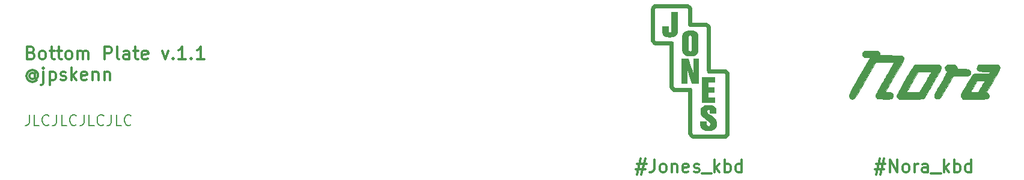
<source format=gto>
%TF.GenerationSoftware,KiCad,Pcbnew,(5.1.10-1-10_14)*%
%TF.CreationDate,2021-12-19T10:46:22+09:00*%
%TF.ProjectId,Nora_plate_bottom,4e6f7261-5f70-46c6-9174-655f626f7474,v.1 (042)*%
%TF.SameCoordinates,Original*%
%TF.FileFunction,Legend,Top*%
%TF.FilePolarity,Positive*%
%FSLAX46Y46*%
G04 Gerber Fmt 4.6, Leading zero omitted, Abs format (unit mm)*
G04 Created by KiCad (PCBNEW (5.1.10-1-10_14)) date 2021-12-19 10:46:22*
%MOMM*%
%LPD*%
G01*
G04 APERTURE LIST*
%ADD10C,0.200000*%
%ADD11C,0.300000*%
%ADD12C,0.010000*%
G04 APERTURE END LIST*
D10*
X91915714Y-73178571D02*
X91915714Y-74250000D01*
X91844285Y-74464285D01*
X91701428Y-74607142D01*
X91487142Y-74678571D01*
X91344285Y-74678571D01*
X93344285Y-74678571D02*
X92630000Y-74678571D01*
X92630000Y-73178571D01*
X94701428Y-74535714D02*
X94630000Y-74607142D01*
X94415714Y-74678571D01*
X94272857Y-74678571D01*
X94058571Y-74607142D01*
X93915714Y-74464285D01*
X93844285Y-74321428D01*
X93772857Y-74035714D01*
X93772857Y-73821428D01*
X93844285Y-73535714D01*
X93915714Y-73392857D01*
X94058571Y-73250000D01*
X94272857Y-73178571D01*
X94415714Y-73178571D01*
X94630000Y-73250000D01*
X94701428Y-73321428D01*
X95772857Y-73178571D02*
X95772857Y-74250000D01*
X95701428Y-74464285D01*
X95558571Y-74607142D01*
X95344285Y-74678571D01*
X95201428Y-74678571D01*
X97201428Y-74678571D02*
X96487142Y-74678571D01*
X96487142Y-73178571D01*
X98558571Y-74535714D02*
X98487142Y-74607142D01*
X98272857Y-74678571D01*
X98130000Y-74678571D01*
X97915714Y-74607142D01*
X97772857Y-74464285D01*
X97701428Y-74321428D01*
X97630000Y-74035714D01*
X97630000Y-73821428D01*
X97701428Y-73535714D01*
X97772857Y-73392857D01*
X97915714Y-73250000D01*
X98130000Y-73178571D01*
X98272857Y-73178571D01*
X98487142Y-73250000D01*
X98558571Y-73321428D01*
X99630000Y-73178571D02*
X99630000Y-74250000D01*
X99558571Y-74464285D01*
X99415714Y-74607142D01*
X99201428Y-74678571D01*
X99058571Y-74678571D01*
X101058571Y-74678571D02*
X100344285Y-74678571D01*
X100344285Y-73178571D01*
X102415714Y-74535714D02*
X102344285Y-74607142D01*
X102130000Y-74678571D01*
X101987142Y-74678571D01*
X101772857Y-74607142D01*
X101630000Y-74464285D01*
X101558571Y-74321428D01*
X101487142Y-74035714D01*
X101487142Y-73821428D01*
X101558571Y-73535714D01*
X101630000Y-73392857D01*
X101772857Y-73250000D01*
X101987142Y-73178571D01*
X102130000Y-73178571D01*
X102344285Y-73250000D01*
X102415714Y-73321428D01*
X103487142Y-73178571D02*
X103487142Y-74250000D01*
X103415714Y-74464285D01*
X103272857Y-74607142D01*
X103058571Y-74678571D01*
X102915714Y-74678571D01*
X104915714Y-74678571D02*
X104201428Y-74678571D01*
X104201428Y-73178571D01*
X106272857Y-74535714D02*
X106201428Y-74607142D01*
X105987142Y-74678571D01*
X105844285Y-74678571D01*
X105630000Y-74607142D01*
X105487142Y-74464285D01*
X105415714Y-74321428D01*
X105344285Y-74035714D01*
X105344285Y-73821428D01*
X105415714Y-73535714D01*
X105487142Y-73392857D01*
X105630000Y-73250000D01*
X105844285Y-73178571D01*
X105987142Y-73178571D01*
X106201428Y-73250000D01*
X106272857Y-73321428D01*
D11*
X92223571Y-64371428D02*
X92480714Y-64457142D01*
X92566428Y-64542857D01*
X92652142Y-64714285D01*
X92652142Y-64971428D01*
X92566428Y-65142857D01*
X92480714Y-65228571D01*
X92309285Y-65314285D01*
X91623571Y-65314285D01*
X91623571Y-63514285D01*
X92223571Y-63514285D01*
X92395000Y-63600000D01*
X92480714Y-63685714D01*
X92566428Y-63857142D01*
X92566428Y-64028571D01*
X92480714Y-64200000D01*
X92395000Y-64285714D01*
X92223571Y-64371428D01*
X91623571Y-64371428D01*
X93680714Y-65314285D02*
X93509285Y-65228571D01*
X93423571Y-65142857D01*
X93337857Y-64971428D01*
X93337857Y-64457142D01*
X93423571Y-64285714D01*
X93509285Y-64200000D01*
X93680714Y-64114285D01*
X93937857Y-64114285D01*
X94109285Y-64200000D01*
X94195000Y-64285714D01*
X94280714Y-64457142D01*
X94280714Y-64971428D01*
X94195000Y-65142857D01*
X94109285Y-65228571D01*
X93937857Y-65314285D01*
X93680714Y-65314285D01*
X94795000Y-64114285D02*
X95480714Y-64114285D01*
X95052142Y-63514285D02*
X95052142Y-65057142D01*
X95137857Y-65228571D01*
X95309285Y-65314285D01*
X95480714Y-65314285D01*
X95823571Y-64114285D02*
X96509285Y-64114285D01*
X96080714Y-63514285D02*
X96080714Y-65057142D01*
X96166428Y-65228571D01*
X96337857Y-65314285D01*
X96509285Y-65314285D01*
X97366428Y-65314285D02*
X97195000Y-65228571D01*
X97109285Y-65142857D01*
X97023571Y-64971428D01*
X97023571Y-64457142D01*
X97109285Y-64285714D01*
X97195000Y-64200000D01*
X97366428Y-64114285D01*
X97623571Y-64114285D01*
X97795000Y-64200000D01*
X97880714Y-64285714D01*
X97966428Y-64457142D01*
X97966428Y-64971428D01*
X97880714Y-65142857D01*
X97795000Y-65228571D01*
X97623571Y-65314285D01*
X97366428Y-65314285D01*
X98737857Y-65314285D02*
X98737857Y-64114285D01*
X98737857Y-64285714D02*
X98823571Y-64200000D01*
X98995000Y-64114285D01*
X99252142Y-64114285D01*
X99423571Y-64200000D01*
X99509285Y-64371428D01*
X99509285Y-65314285D01*
X99509285Y-64371428D02*
X99595000Y-64200000D01*
X99766428Y-64114285D01*
X100023571Y-64114285D01*
X100195000Y-64200000D01*
X100280714Y-64371428D01*
X100280714Y-65314285D01*
X102509285Y-65314285D02*
X102509285Y-63514285D01*
X103195000Y-63514285D01*
X103366428Y-63600000D01*
X103452142Y-63685714D01*
X103537857Y-63857142D01*
X103537857Y-64114285D01*
X103452142Y-64285714D01*
X103366428Y-64371428D01*
X103195000Y-64457142D01*
X102509285Y-64457142D01*
X104566428Y-65314285D02*
X104395000Y-65228571D01*
X104309285Y-65057142D01*
X104309285Y-63514285D01*
X106023571Y-65314285D02*
X106023571Y-64371428D01*
X105937857Y-64200000D01*
X105766428Y-64114285D01*
X105423571Y-64114285D01*
X105252142Y-64200000D01*
X106023571Y-65228571D02*
X105852142Y-65314285D01*
X105423571Y-65314285D01*
X105252142Y-65228571D01*
X105166428Y-65057142D01*
X105166428Y-64885714D01*
X105252142Y-64714285D01*
X105423571Y-64628571D01*
X105852142Y-64628571D01*
X106023571Y-64542857D01*
X106623571Y-64114285D02*
X107309285Y-64114285D01*
X106880714Y-63514285D02*
X106880714Y-65057142D01*
X106966428Y-65228571D01*
X107137857Y-65314285D01*
X107309285Y-65314285D01*
X108595000Y-65228571D02*
X108423571Y-65314285D01*
X108080714Y-65314285D01*
X107909285Y-65228571D01*
X107823571Y-65057142D01*
X107823571Y-64371428D01*
X107909285Y-64200000D01*
X108080714Y-64114285D01*
X108423571Y-64114285D01*
X108595000Y-64200000D01*
X108680714Y-64371428D01*
X108680714Y-64542857D01*
X107823571Y-64714285D01*
X110652142Y-64114285D02*
X111080714Y-65314285D01*
X111509285Y-64114285D01*
X112195000Y-65142857D02*
X112280714Y-65228571D01*
X112195000Y-65314285D01*
X112109285Y-65228571D01*
X112195000Y-65142857D01*
X112195000Y-65314285D01*
X113995000Y-65314285D02*
X112966428Y-65314285D01*
X113480714Y-65314285D02*
X113480714Y-63514285D01*
X113309285Y-63771428D01*
X113137857Y-63942857D01*
X112966428Y-64028571D01*
X114766428Y-65142857D02*
X114852142Y-65228571D01*
X114766428Y-65314285D01*
X114680714Y-65228571D01*
X114766428Y-65142857D01*
X114766428Y-65314285D01*
X116566428Y-65314285D02*
X115537857Y-65314285D01*
X116052142Y-65314285D02*
X116052142Y-63514285D01*
X115880714Y-63771428D01*
X115709285Y-63942857D01*
X115537857Y-64028571D01*
X92737857Y-67457142D02*
X92652142Y-67371428D01*
X92480714Y-67285714D01*
X92309285Y-67285714D01*
X92137857Y-67371428D01*
X92052142Y-67457142D01*
X91966428Y-67628571D01*
X91966428Y-67800000D01*
X92052142Y-67971428D01*
X92137857Y-68057142D01*
X92309285Y-68142857D01*
X92480714Y-68142857D01*
X92652142Y-68057142D01*
X92737857Y-67971428D01*
X92737857Y-67285714D02*
X92737857Y-67971428D01*
X92823571Y-68057142D01*
X92909285Y-68057142D01*
X93080714Y-67971428D01*
X93166428Y-67800000D01*
X93166428Y-67371428D01*
X92995000Y-67114285D01*
X92737857Y-66942857D01*
X92395000Y-66857142D01*
X92052142Y-66942857D01*
X91795000Y-67114285D01*
X91623571Y-67371428D01*
X91537857Y-67714285D01*
X91623571Y-68057142D01*
X91795000Y-68314285D01*
X92052142Y-68485714D01*
X92395000Y-68571428D01*
X92737857Y-68485714D01*
X92995000Y-68314285D01*
X93937857Y-67114285D02*
X93937857Y-68657142D01*
X93852142Y-68828571D01*
X93680714Y-68914285D01*
X93595000Y-68914285D01*
X93937857Y-66514285D02*
X93852142Y-66600000D01*
X93937857Y-66685714D01*
X94023571Y-66600000D01*
X93937857Y-66514285D01*
X93937857Y-66685714D01*
X94795000Y-67114285D02*
X94795000Y-68914285D01*
X94795000Y-67200000D02*
X94966428Y-67114285D01*
X95309285Y-67114285D01*
X95480714Y-67200000D01*
X95566428Y-67285714D01*
X95652142Y-67457142D01*
X95652142Y-67971428D01*
X95566428Y-68142857D01*
X95480714Y-68228571D01*
X95309285Y-68314285D01*
X94966428Y-68314285D01*
X94795000Y-68228571D01*
X96337857Y-68228571D02*
X96509285Y-68314285D01*
X96852142Y-68314285D01*
X97023571Y-68228571D01*
X97109285Y-68057142D01*
X97109285Y-67971428D01*
X97023571Y-67800000D01*
X96852142Y-67714285D01*
X96595000Y-67714285D01*
X96423571Y-67628571D01*
X96337857Y-67457142D01*
X96337857Y-67371428D01*
X96423571Y-67200000D01*
X96595000Y-67114285D01*
X96852142Y-67114285D01*
X97023571Y-67200000D01*
X97880714Y-68314285D02*
X97880714Y-66514285D01*
X98052142Y-67628571D02*
X98566428Y-68314285D01*
X98566428Y-67114285D02*
X97880714Y-67800000D01*
X100023571Y-68228571D02*
X99852142Y-68314285D01*
X99509285Y-68314285D01*
X99337857Y-68228571D01*
X99252142Y-68057142D01*
X99252142Y-67371428D01*
X99337857Y-67200000D01*
X99509285Y-67114285D01*
X99852142Y-67114285D01*
X100023571Y-67200000D01*
X100109285Y-67371428D01*
X100109285Y-67542857D01*
X99252142Y-67714285D01*
X100880714Y-67114285D02*
X100880714Y-68314285D01*
X100880714Y-67285714D02*
X100966428Y-67200000D01*
X101137857Y-67114285D01*
X101395000Y-67114285D01*
X101566428Y-67200000D01*
X101652142Y-67371428D01*
X101652142Y-68314285D01*
X102509285Y-67114285D02*
X102509285Y-68314285D01*
X102509285Y-67285714D02*
X102595000Y-67200000D01*
X102766428Y-67114285D01*
X103023571Y-67114285D01*
X103195000Y-67200000D01*
X103280714Y-67371428D01*
X103280714Y-68314285D01*
D12*
%TO.C,G\u002A\u002A\u002A*%
G36*
X183221661Y-60000346D02*
G01*
X183221464Y-60277783D01*
X183220986Y-60518873D01*
X183220175Y-60726345D01*
X183218980Y-60902926D01*
X183217350Y-61051347D01*
X183215233Y-61174336D01*
X183212579Y-61274622D01*
X183209336Y-61354934D01*
X183205453Y-61418000D01*
X183200878Y-61466550D01*
X183195562Y-61503313D01*
X183193250Y-61515171D01*
X183141413Y-61681550D01*
X183061572Y-61822294D01*
X182953249Y-61937695D01*
X182815969Y-62028048D01*
X182649254Y-62093643D01*
X182452628Y-62134776D01*
X182225616Y-62151738D01*
X182157154Y-62152200D01*
X182046828Y-62149299D01*
X181937438Y-62142658D01*
X181841944Y-62133275D01*
X181776317Y-62122824D01*
X181592667Y-62067518D01*
X181436919Y-61988507D01*
X181310832Y-61887013D01*
X181216170Y-61764259D01*
X181191000Y-61716940D01*
X181157161Y-61636527D01*
X181131551Y-61551173D01*
X181113223Y-61454145D01*
X181101230Y-61338713D01*
X181094626Y-61198148D01*
X181092464Y-61025718D01*
X181092456Y-61016346D01*
X181092308Y-60689077D01*
X181932462Y-60689077D01*
X181932855Y-60938192D01*
X181935688Y-61112260D01*
X181944448Y-61251016D01*
X181960439Y-61357952D01*
X181984964Y-61436560D01*
X182019326Y-61490329D01*
X182064828Y-61522753D01*
X182122775Y-61537321D01*
X182157154Y-61539000D01*
X182238909Y-61526326D01*
X182298682Y-61486158D01*
X182339539Y-61415277D01*
X182362555Y-61323273D01*
X182366112Y-61281819D01*
X182369411Y-61204369D01*
X182372409Y-61094006D01*
X182375064Y-60953809D01*
X182377334Y-60786860D01*
X182379178Y-60596240D01*
X182380554Y-60385029D01*
X182381420Y-60156310D01*
X182381733Y-59913162D01*
X182381733Y-59912423D01*
X182381846Y-58618000D01*
X183222000Y-58618000D01*
X183221661Y-60000346D01*
G37*
X183221661Y-60000346D02*
X183221464Y-60277783D01*
X183220986Y-60518873D01*
X183220175Y-60726345D01*
X183218980Y-60902926D01*
X183217350Y-61051347D01*
X183215233Y-61174336D01*
X183212579Y-61274622D01*
X183209336Y-61354934D01*
X183205453Y-61418000D01*
X183200878Y-61466550D01*
X183195562Y-61503313D01*
X183193250Y-61515171D01*
X183141413Y-61681550D01*
X183061572Y-61822294D01*
X182953249Y-61937695D01*
X182815969Y-62028048D01*
X182649254Y-62093643D01*
X182452628Y-62134776D01*
X182225616Y-62151738D01*
X182157154Y-62152200D01*
X182046828Y-62149299D01*
X181937438Y-62142658D01*
X181841944Y-62133275D01*
X181776317Y-62122824D01*
X181592667Y-62067518D01*
X181436919Y-61988507D01*
X181310832Y-61887013D01*
X181216170Y-61764259D01*
X181191000Y-61716940D01*
X181157161Y-61636527D01*
X181131551Y-61551173D01*
X181113223Y-61454145D01*
X181101230Y-61338713D01*
X181094626Y-61198148D01*
X181092464Y-61025718D01*
X181092456Y-61016346D01*
X181092308Y-60689077D01*
X181932462Y-60689077D01*
X181932855Y-60938192D01*
X181935688Y-61112260D01*
X181944448Y-61251016D01*
X181960439Y-61357952D01*
X181984964Y-61436560D01*
X182019326Y-61490329D01*
X182064828Y-61522753D01*
X182122775Y-61537321D01*
X182157154Y-61539000D01*
X182238909Y-61526326D01*
X182298682Y-61486158D01*
X182339539Y-61415277D01*
X182362555Y-61323273D01*
X182366112Y-61281819D01*
X182369411Y-61204369D01*
X182372409Y-61094006D01*
X182375064Y-60953809D01*
X182377334Y-60786860D01*
X182379178Y-60596240D01*
X182380554Y-60385029D01*
X182381420Y-60156310D01*
X182381733Y-59913162D01*
X182381733Y-59912423D01*
X182381846Y-58618000D01*
X183222000Y-58618000D01*
X183221661Y-60000346D01*
G36*
X185255903Y-61252662D02*
G01*
X185382604Y-61267511D01*
X185449385Y-61281439D01*
X185621601Y-61340227D01*
X185773759Y-61418914D01*
X185900669Y-61513936D01*
X185997140Y-61621730D01*
X186034192Y-61682899D01*
X186055110Y-61726375D01*
X186072878Y-61770605D01*
X186087752Y-61819051D01*
X186099984Y-61875177D01*
X186109829Y-61942445D01*
X186117541Y-62024317D01*
X186123373Y-62124257D01*
X186127580Y-62245728D01*
X186130416Y-62392192D01*
X186132133Y-62567111D01*
X186132987Y-62773949D01*
X186133230Y-63016169D01*
X186133231Y-63033692D01*
X186133031Y-63278870D01*
X186132241Y-63488446D01*
X186130580Y-63665893D01*
X186127765Y-63814684D01*
X186123514Y-63938294D01*
X186117545Y-64040196D01*
X186109576Y-64123864D01*
X186099323Y-64192770D01*
X186086505Y-64250388D01*
X186070840Y-64300193D01*
X186052045Y-64345657D01*
X186029839Y-64390253D01*
X186021765Y-64405278D01*
X185935248Y-64524500D01*
X185815439Y-64628063D01*
X185665804Y-64713566D01*
X185489809Y-64778611D01*
X185477463Y-64782095D01*
X185415741Y-64793954D01*
X185325451Y-64804754D01*
X185216746Y-64813953D01*
X185099776Y-64821010D01*
X184984693Y-64825385D01*
X184881647Y-64826535D01*
X184800790Y-64823921D01*
X184765539Y-64820050D01*
X184562574Y-64776045D01*
X184393335Y-64718832D01*
X184254141Y-64646509D01*
X184141313Y-64557173D01*
X184053222Y-64451943D01*
X184024530Y-64408930D01*
X184000227Y-64368284D01*
X183979920Y-64326431D01*
X183963212Y-64279798D01*
X183949710Y-64224812D01*
X183939018Y-64157899D01*
X183930742Y-64075486D01*
X183924487Y-63974001D01*
X183919858Y-63849869D01*
X183916461Y-63699519D01*
X183913900Y-63519376D01*
X183911781Y-63305868D01*
X183910561Y-63160692D01*
X183909687Y-63032669D01*
X184765511Y-63032669D01*
X184765823Y-63206483D01*
X184766767Y-63375445D01*
X184768343Y-63534675D01*
X184770550Y-63679292D01*
X184773390Y-63804417D01*
X184776861Y-63905168D01*
X184780964Y-63976665D01*
X184785699Y-64014028D01*
X184785758Y-64014244D01*
X184827751Y-64098572D01*
X184896176Y-64157190D01*
X184984237Y-64184930D01*
X185012239Y-64186462D01*
X185080431Y-64179930D01*
X185141927Y-64163683D01*
X185154644Y-64158015D01*
X185199076Y-64121850D01*
X185239504Y-64068310D01*
X185246481Y-64055438D01*
X185255025Y-64036285D01*
X185262140Y-64013917D01*
X185267956Y-63984794D01*
X185272602Y-63945378D01*
X185276209Y-63892129D01*
X185278906Y-63821508D01*
X185280824Y-63729975D01*
X185282094Y-63613991D01*
X185282844Y-63470017D01*
X185283205Y-63294514D01*
X185283307Y-63083942D01*
X185283308Y-63053231D01*
X185283063Y-62824287D01*
X185282279Y-62631480D01*
X185280880Y-62471875D01*
X185278791Y-62342535D01*
X185275935Y-62240524D01*
X185272238Y-62162905D01*
X185267624Y-62106741D01*
X185262018Y-62069097D01*
X185257581Y-62052524D01*
X185211579Y-61970482D01*
X185146056Y-61914455D01*
X185068725Y-61884432D01*
X184987301Y-61880404D01*
X184909497Y-61902359D01*
X184843026Y-61950289D01*
X184795603Y-62024183D01*
X184785758Y-62053141D01*
X184781016Y-62090074D01*
X184776905Y-62161200D01*
X184773427Y-62261636D01*
X184770580Y-62386503D01*
X184768365Y-62530920D01*
X184766782Y-62690007D01*
X184765830Y-62858883D01*
X184765511Y-63032669D01*
X183909687Y-63032669D01*
X183908802Y-62903284D01*
X183908172Y-62681599D01*
X183908885Y-62492296D01*
X183911154Y-62332032D01*
X183915193Y-62197466D01*
X183921214Y-62085254D01*
X183929430Y-61992056D01*
X183940054Y-61914528D01*
X183953300Y-61849328D01*
X183969381Y-61793114D01*
X183988509Y-61742544D01*
X184003029Y-61710379D01*
X184083939Y-61578785D01*
X184191459Y-61469798D01*
X184328338Y-61381359D01*
X184497323Y-61311407D01*
X184560973Y-61291923D01*
X184670012Y-61269387D01*
X184805465Y-61254057D01*
X184955892Y-61246070D01*
X185109852Y-61245560D01*
X185255903Y-61252662D01*
G37*
X185255903Y-61252662D02*
X185382604Y-61267511D01*
X185449385Y-61281439D01*
X185621601Y-61340227D01*
X185773759Y-61418914D01*
X185900669Y-61513936D01*
X185997140Y-61621730D01*
X186034192Y-61682899D01*
X186055110Y-61726375D01*
X186072878Y-61770605D01*
X186087752Y-61819051D01*
X186099984Y-61875177D01*
X186109829Y-61942445D01*
X186117541Y-62024317D01*
X186123373Y-62124257D01*
X186127580Y-62245728D01*
X186130416Y-62392192D01*
X186132133Y-62567111D01*
X186132987Y-62773949D01*
X186133230Y-63016169D01*
X186133231Y-63033692D01*
X186133031Y-63278870D01*
X186132241Y-63488446D01*
X186130580Y-63665893D01*
X186127765Y-63814684D01*
X186123514Y-63938294D01*
X186117545Y-64040196D01*
X186109576Y-64123864D01*
X186099323Y-64192770D01*
X186086505Y-64250388D01*
X186070840Y-64300193D01*
X186052045Y-64345657D01*
X186029839Y-64390253D01*
X186021765Y-64405278D01*
X185935248Y-64524500D01*
X185815439Y-64628063D01*
X185665804Y-64713566D01*
X185489809Y-64778611D01*
X185477463Y-64782095D01*
X185415741Y-64793954D01*
X185325451Y-64804754D01*
X185216746Y-64813953D01*
X185099776Y-64821010D01*
X184984693Y-64825385D01*
X184881647Y-64826535D01*
X184800790Y-64823921D01*
X184765539Y-64820050D01*
X184562574Y-64776045D01*
X184393335Y-64718832D01*
X184254141Y-64646509D01*
X184141313Y-64557173D01*
X184053222Y-64451943D01*
X184024530Y-64408930D01*
X184000227Y-64368284D01*
X183979920Y-64326431D01*
X183963212Y-64279798D01*
X183949710Y-64224812D01*
X183939018Y-64157899D01*
X183930742Y-64075486D01*
X183924487Y-63974001D01*
X183919858Y-63849869D01*
X183916461Y-63699519D01*
X183913900Y-63519376D01*
X183911781Y-63305868D01*
X183910561Y-63160692D01*
X183909687Y-63032669D01*
X184765511Y-63032669D01*
X184765823Y-63206483D01*
X184766767Y-63375445D01*
X184768343Y-63534675D01*
X184770550Y-63679292D01*
X184773390Y-63804417D01*
X184776861Y-63905168D01*
X184780964Y-63976665D01*
X184785699Y-64014028D01*
X184785758Y-64014244D01*
X184827751Y-64098572D01*
X184896176Y-64157190D01*
X184984237Y-64184930D01*
X185012239Y-64186462D01*
X185080431Y-64179930D01*
X185141927Y-64163683D01*
X185154644Y-64158015D01*
X185199076Y-64121850D01*
X185239504Y-64068310D01*
X185246481Y-64055438D01*
X185255025Y-64036285D01*
X185262140Y-64013917D01*
X185267956Y-63984794D01*
X185272602Y-63945378D01*
X185276209Y-63892129D01*
X185278906Y-63821508D01*
X185280824Y-63729975D01*
X185282094Y-63613991D01*
X185282844Y-63470017D01*
X185283205Y-63294514D01*
X185283307Y-63083942D01*
X185283308Y-63053231D01*
X185283063Y-62824287D01*
X185282279Y-62631480D01*
X185280880Y-62471875D01*
X185278791Y-62342535D01*
X185275935Y-62240524D01*
X185272238Y-62162905D01*
X185267624Y-62106741D01*
X185262018Y-62069097D01*
X185257581Y-62052524D01*
X185211579Y-61970482D01*
X185146056Y-61914455D01*
X185068725Y-61884432D01*
X184987301Y-61880404D01*
X184909497Y-61902359D01*
X184843026Y-61950289D01*
X184795603Y-62024183D01*
X184785758Y-62053141D01*
X184781016Y-62090074D01*
X184776905Y-62161200D01*
X184773427Y-62261636D01*
X184770580Y-62386503D01*
X184768365Y-62530920D01*
X184766782Y-62690007D01*
X184765830Y-62858883D01*
X184765511Y-63032669D01*
X183909687Y-63032669D01*
X183908802Y-62903284D01*
X183908172Y-62681599D01*
X183908885Y-62492296D01*
X183911154Y-62332032D01*
X183915193Y-62197466D01*
X183921214Y-62085254D01*
X183929430Y-61992056D01*
X183940054Y-61914528D01*
X183953300Y-61849328D01*
X183969381Y-61793114D01*
X183988509Y-61742544D01*
X184003029Y-61710379D01*
X184083939Y-61578785D01*
X184191459Y-61469798D01*
X184328338Y-61381359D01*
X184497323Y-61311407D01*
X184560973Y-61291923D01*
X184670012Y-61269387D01*
X184805465Y-61254057D01*
X184955892Y-61246070D01*
X185109852Y-61245560D01*
X185255903Y-61252662D01*
G36*
X184768723Y-65251308D02*
G01*
X185125015Y-66345462D01*
X185189794Y-66544331D01*
X185251139Y-66732537D01*
X185307953Y-66906720D01*
X185359138Y-67063523D01*
X185403598Y-67199588D01*
X185440235Y-67311555D01*
X185467951Y-67396068D01*
X185485651Y-67449768D01*
X185492088Y-67468923D01*
X185493880Y-67455401D01*
X185495237Y-67406127D01*
X185496157Y-67324427D01*
X185496639Y-67213622D01*
X185496680Y-67077038D01*
X185496278Y-66917998D01*
X185495433Y-66739825D01*
X185494142Y-66545843D01*
X185492682Y-66369885D01*
X185482495Y-65241539D01*
X186211385Y-65241539D01*
X186211385Y-68738923D01*
X185300853Y-68738923D01*
X184560385Y-66594167D01*
X184550285Y-68738923D01*
X183827693Y-68738923D01*
X183827693Y-65240844D01*
X184768723Y-65251308D01*
G37*
X184768723Y-65251308D02*
X185125015Y-66345462D01*
X185189794Y-66544331D01*
X185251139Y-66732537D01*
X185307953Y-66906720D01*
X185359138Y-67063523D01*
X185403598Y-67199588D01*
X185440235Y-67311555D01*
X185467951Y-67396068D01*
X185485651Y-67449768D01*
X185492088Y-67468923D01*
X185493880Y-67455401D01*
X185495237Y-67406127D01*
X185496157Y-67324427D01*
X185496639Y-67213622D01*
X185496680Y-67077038D01*
X185496278Y-66917998D01*
X185495433Y-66739825D01*
X185494142Y-66545843D01*
X185492682Y-66369885D01*
X185482495Y-65241539D01*
X186211385Y-65241539D01*
X186211385Y-68738923D01*
X185300853Y-68738923D01*
X184560385Y-66594167D01*
X184550285Y-68738923D01*
X183827693Y-68738923D01*
X183827693Y-65240844D01*
X184768723Y-65251308D01*
G36*
X188438770Y-68524000D02*
G01*
X187540000Y-68524000D01*
X187540000Y-69266462D01*
X188380154Y-69266462D01*
X188380154Y-69930769D01*
X187540000Y-69930769D01*
X187540000Y-70712308D01*
X188516923Y-70712308D01*
X188516923Y-71376615D01*
X186680308Y-71376615D01*
X186680308Y-67879231D01*
X188438770Y-67879231D01*
X188438770Y-68524000D01*
G37*
X188438770Y-68524000D02*
X187540000Y-68524000D01*
X187540000Y-69266462D01*
X188380154Y-69266462D01*
X188380154Y-69930769D01*
X187540000Y-69930769D01*
X187540000Y-70712308D01*
X188516923Y-70712308D01*
X188516923Y-71376615D01*
X186680308Y-71376615D01*
X186680308Y-67879231D01*
X188438770Y-67879231D01*
X188438770Y-68524000D01*
G36*
X187852791Y-71813315D02*
G01*
X188054989Y-71844217D01*
X188226067Y-71897167D01*
X188367343Y-71973347D01*
X188480137Y-72073941D01*
X188565769Y-72200132D01*
X188625556Y-72353102D01*
X188660819Y-72534035D01*
X188672877Y-72744114D01*
X188672892Y-72749192D01*
X188673231Y-72939692D01*
X187813539Y-72939692D01*
X187813539Y-72745807D01*
X187812771Y-72655345D01*
X187809200Y-72594314D01*
X187800923Y-72553075D01*
X187786037Y-72521994D01*
X187763515Y-72492471D01*
X187693877Y-72438083D01*
X187608114Y-72417023D01*
X187512976Y-72430940D01*
X187512295Y-72431164D01*
X187434488Y-72475111D01*
X187385074Y-72545296D01*
X187365199Y-72639944D01*
X187364846Y-72659401D01*
X187368197Y-72713643D01*
X187379446Y-72763650D01*
X187401648Y-72812667D01*
X187437857Y-72863941D01*
X187491127Y-72920716D01*
X187564513Y-72986239D01*
X187661071Y-73063755D01*
X187783853Y-73156508D01*
X187935916Y-73267746D01*
X187940539Y-73271097D01*
X188107019Y-73393184D01*
X188244113Y-73497339D01*
X188355324Y-73586730D01*
X188444157Y-73664525D01*
X188514116Y-73733892D01*
X188568704Y-73797999D01*
X188611426Y-73860014D01*
X188632239Y-73896441D01*
X188677751Y-73994143D01*
X188708330Y-74092975D01*
X188726140Y-74203778D01*
X188733342Y-74337393D01*
X188733714Y-74405077D01*
X188722186Y-74602252D01*
X188688628Y-74770759D01*
X188631327Y-74915308D01*
X188548574Y-75040609D01*
X188473964Y-75119972D01*
X188344177Y-75216403D01*
X188184705Y-75292713D01*
X187999985Y-75347829D01*
X187794449Y-75380681D01*
X187572535Y-75390198D01*
X187393462Y-75380966D01*
X187178688Y-75349447D01*
X186994254Y-75296327D01*
X186837219Y-75220485D01*
X186704643Y-75120802D01*
X186700594Y-75117039D01*
X186615312Y-75023356D01*
X186549362Y-74917481D01*
X186501124Y-74794221D01*
X186468977Y-74648384D01*
X186451302Y-74474777D01*
X186446450Y-74302500D01*
X186445846Y-74112000D01*
X187305539Y-74112000D01*
X187305569Y-74331808D01*
X187311220Y-74474751D01*
X187329801Y-74584177D01*
X187363819Y-74664229D01*
X187415780Y-74719050D01*
X187488191Y-74752784D01*
X187569585Y-74768184D01*
X187674491Y-74764344D01*
X187759895Y-74726859D01*
X187827792Y-74654662D01*
X187849076Y-74618554D01*
X187879276Y-74546340D01*
X187887013Y-74477747D01*
X187884313Y-74440320D01*
X187875165Y-74379553D01*
X187859789Y-74325109D01*
X187834856Y-74273472D01*
X187797038Y-74221127D01*
X187743004Y-74164559D01*
X187669427Y-74100254D01*
X187572976Y-74024695D01*
X187450324Y-73934368D01*
X187310728Y-73834668D01*
X187113975Y-73690979D01*
X186950851Y-73562219D01*
X186819583Y-73446772D01*
X186718398Y-73343020D01*
X186645526Y-73249347D01*
X186617117Y-73201999D01*
X186551792Y-73043530D01*
X186515008Y-72873027D01*
X186505978Y-72697547D01*
X186523916Y-72524153D01*
X186568035Y-72359903D01*
X186637551Y-72211858D01*
X186731676Y-72087078D01*
X186742485Y-72076078D01*
X186858432Y-71979669D01*
X186991323Y-71905610D01*
X187145380Y-71852587D01*
X187324826Y-71819285D01*
X187533883Y-71804388D01*
X187618154Y-71803277D01*
X187852791Y-71813315D01*
G37*
X187852791Y-71813315D02*
X188054989Y-71844217D01*
X188226067Y-71897167D01*
X188367343Y-71973347D01*
X188480137Y-72073941D01*
X188565769Y-72200132D01*
X188625556Y-72353102D01*
X188660819Y-72534035D01*
X188672877Y-72744114D01*
X188672892Y-72749192D01*
X188673231Y-72939692D01*
X187813539Y-72939692D01*
X187813539Y-72745807D01*
X187812771Y-72655345D01*
X187809200Y-72594314D01*
X187800923Y-72553075D01*
X187786037Y-72521994D01*
X187763515Y-72492471D01*
X187693877Y-72438083D01*
X187608114Y-72417023D01*
X187512976Y-72430940D01*
X187512295Y-72431164D01*
X187434488Y-72475111D01*
X187385074Y-72545296D01*
X187365199Y-72639944D01*
X187364846Y-72659401D01*
X187368197Y-72713643D01*
X187379446Y-72763650D01*
X187401648Y-72812667D01*
X187437857Y-72863941D01*
X187491127Y-72920716D01*
X187564513Y-72986239D01*
X187661071Y-73063755D01*
X187783853Y-73156508D01*
X187935916Y-73267746D01*
X187940539Y-73271097D01*
X188107019Y-73393184D01*
X188244113Y-73497339D01*
X188355324Y-73586730D01*
X188444157Y-73664525D01*
X188514116Y-73733892D01*
X188568704Y-73797999D01*
X188611426Y-73860014D01*
X188632239Y-73896441D01*
X188677751Y-73994143D01*
X188708330Y-74092975D01*
X188726140Y-74203778D01*
X188733342Y-74337393D01*
X188733714Y-74405077D01*
X188722186Y-74602252D01*
X188688628Y-74770759D01*
X188631327Y-74915308D01*
X188548574Y-75040609D01*
X188473964Y-75119972D01*
X188344177Y-75216403D01*
X188184705Y-75292713D01*
X187999985Y-75347829D01*
X187794449Y-75380681D01*
X187572535Y-75390198D01*
X187393462Y-75380966D01*
X187178688Y-75349447D01*
X186994254Y-75296327D01*
X186837219Y-75220485D01*
X186704643Y-75120802D01*
X186700594Y-75117039D01*
X186615312Y-75023356D01*
X186549362Y-74917481D01*
X186501124Y-74794221D01*
X186468977Y-74648384D01*
X186451302Y-74474777D01*
X186446450Y-74302500D01*
X186445846Y-74112000D01*
X187305539Y-74112000D01*
X187305569Y-74331808D01*
X187311220Y-74474751D01*
X187329801Y-74584177D01*
X187363819Y-74664229D01*
X187415780Y-74719050D01*
X187488191Y-74752784D01*
X187569585Y-74768184D01*
X187674491Y-74764344D01*
X187759895Y-74726859D01*
X187827792Y-74654662D01*
X187849076Y-74618554D01*
X187879276Y-74546340D01*
X187887013Y-74477747D01*
X187884313Y-74440320D01*
X187875165Y-74379553D01*
X187859789Y-74325109D01*
X187834856Y-74273472D01*
X187797038Y-74221127D01*
X187743004Y-74164559D01*
X187669427Y-74100254D01*
X187572976Y-74024695D01*
X187450324Y-73934368D01*
X187310728Y-73834668D01*
X187113975Y-73690979D01*
X186950851Y-73562219D01*
X186819583Y-73446772D01*
X186718398Y-73343020D01*
X186645526Y-73249347D01*
X186617117Y-73201999D01*
X186551792Y-73043530D01*
X186515008Y-72873027D01*
X186505978Y-72697547D01*
X186523916Y-72524153D01*
X186568035Y-72359903D01*
X186637551Y-72211858D01*
X186731676Y-72087078D01*
X186742485Y-72076078D01*
X186858432Y-71979669D01*
X186991323Y-71905610D01*
X187145380Y-71852587D01*
X187324826Y-71819285D01*
X187533883Y-71804388D01*
X187618154Y-71803277D01*
X187852791Y-71813315D01*
G36*
X183421893Y-57507850D02*
G01*
X183710251Y-57508475D01*
X183959730Y-57509569D01*
X184170379Y-57511133D01*
X184342245Y-57513167D01*
X184475379Y-57515671D01*
X184569828Y-57518645D01*
X184625641Y-57522089D01*
X184638363Y-57523834D01*
X184805796Y-57577860D01*
X184954390Y-57664979D01*
X185080415Y-57782241D01*
X185180137Y-57926698D01*
X185201381Y-57968527D01*
X185263770Y-58100231D01*
X185269318Y-59121115D01*
X185274866Y-60142000D01*
X186219151Y-60142000D01*
X186431166Y-60142416D01*
X186627337Y-60143618D01*
X186804133Y-60145541D01*
X186958022Y-60148118D01*
X187085472Y-60151283D01*
X187182953Y-60154970D01*
X187246931Y-60159112D01*
X187267250Y-60161688D01*
X187434972Y-60212601D01*
X187584052Y-60296810D01*
X187710970Y-60411578D01*
X187812205Y-60554166D01*
X187839073Y-60606219D01*
X187901462Y-60737923D01*
X187906590Y-63741962D01*
X187911719Y-66746000D01*
X188894621Y-66746000D01*
X189121439Y-66746139D01*
X189312637Y-66746624D01*
X189471671Y-66747554D01*
X189601999Y-66749029D01*
X189707076Y-66751149D01*
X189790359Y-66754014D01*
X189855305Y-66757722D01*
X189905369Y-66762375D01*
X189944008Y-66768072D01*
X189974678Y-66774912D01*
X189983646Y-66777440D01*
X190145847Y-66844831D01*
X190285377Y-66942662D01*
X190399009Y-67067696D01*
X190483518Y-67216700D01*
X190518063Y-67313335D01*
X190521614Y-67328216D01*
X190524880Y-67348269D01*
X190527870Y-67375039D01*
X190530595Y-67410076D01*
X190533062Y-67454925D01*
X190535282Y-67511134D01*
X190537264Y-67580250D01*
X190539016Y-67663821D01*
X190540550Y-67763393D01*
X190541872Y-67880514D01*
X190542994Y-68016731D01*
X190543924Y-68173592D01*
X190544672Y-68352643D01*
X190545246Y-68555432D01*
X190545657Y-68783507D01*
X190545913Y-69038413D01*
X190546024Y-69321699D01*
X190545999Y-69634911D01*
X190545848Y-69979598D01*
X190545579Y-70357306D01*
X190545202Y-70769582D01*
X190544727Y-71217974D01*
X190544214Y-71660642D01*
X190539154Y-75899769D01*
X190476450Y-76032148D01*
X190386163Y-76179419D01*
X190268551Y-76302287D01*
X190128703Y-76396872D01*
X189971708Y-76459296D01*
X189893385Y-76476433D01*
X189857536Y-76479078D01*
X189785775Y-76481494D01*
X189681235Y-76483683D01*
X189547045Y-76485644D01*
X189386337Y-76487379D01*
X189202242Y-76488888D01*
X188997890Y-76490171D01*
X188776412Y-76491230D01*
X188540940Y-76492064D01*
X188294603Y-76492675D01*
X188040532Y-76493063D01*
X187781860Y-76493228D01*
X187521715Y-76493172D01*
X187263229Y-76492895D01*
X187009534Y-76492397D01*
X186763759Y-76491680D01*
X186529036Y-76490743D01*
X186308495Y-76489587D01*
X186105267Y-76488213D01*
X185922483Y-76486622D01*
X185763274Y-76484814D01*
X185630771Y-76482790D01*
X185528104Y-76480550D01*
X185458405Y-76478095D01*
X185425557Y-76475561D01*
X185266136Y-76429453D01*
X185119435Y-76349232D01*
X184990959Y-76239191D01*
X184886213Y-76103623D01*
X184840549Y-76019387D01*
X184775308Y-75880231D01*
X184770060Y-72886786D01*
X184764813Y-69893340D01*
X183754060Y-69887632D01*
X183529476Y-69886332D01*
X183340483Y-69885081D01*
X183183598Y-69883720D01*
X183055335Y-69882094D01*
X182952210Y-69880046D01*
X182870738Y-69877419D01*
X182807435Y-69874057D01*
X182758815Y-69869804D01*
X182721396Y-69864502D01*
X182691691Y-69857995D01*
X182666216Y-69850127D01*
X182641486Y-69840741D01*
X182632812Y-69837250D01*
X182478819Y-69754446D01*
X182346394Y-69641279D01*
X182240587Y-69502797D01*
X182182289Y-69386726D01*
X182137616Y-69276231D01*
X182132427Y-66281962D01*
X182127238Y-63287692D01*
X181144396Y-63287692D01*
X180909725Y-63287616D01*
X180710571Y-63287156D01*
X180543373Y-63285966D01*
X180404573Y-63283701D01*
X180290609Y-63280013D01*
X180197922Y-63274558D01*
X180122952Y-63266988D01*
X180062139Y-63256957D01*
X180011922Y-63244121D01*
X179968743Y-63228131D01*
X179929040Y-63208643D01*
X179889253Y-63185309D01*
X179852540Y-63162085D01*
X179731884Y-63067584D01*
X179634428Y-62950910D01*
X179560544Y-62819695D01*
X179499923Y-62691769D01*
X179499923Y-62535937D01*
X179997654Y-62535937D01*
X180041866Y-62622177D01*
X180058148Y-62654482D01*
X180073346Y-62682045D01*
X180090516Y-62705242D01*
X180112711Y-62724449D01*
X180142985Y-62740041D01*
X180184392Y-62752394D01*
X180239986Y-62761883D01*
X180312820Y-62768885D01*
X180405949Y-62773774D01*
X180522427Y-62776928D01*
X180665308Y-62778721D01*
X180837645Y-62779529D01*
X181042493Y-62779729D01*
X181282906Y-62779694D01*
X181322208Y-62779692D01*
X181567959Y-62779734D01*
X181777689Y-62780035D01*
X181954456Y-62780861D01*
X182101315Y-62782476D01*
X182221324Y-62785145D01*
X182317538Y-62789133D01*
X182393015Y-62794704D01*
X182450810Y-62802123D01*
X182493981Y-62811656D01*
X182525584Y-62823566D01*
X182548675Y-62838119D01*
X182566311Y-62855579D01*
X182581548Y-62876212D01*
X182590365Y-62889543D01*
X182595051Y-62897949D01*
X182599320Y-62909413D01*
X182603201Y-62925748D01*
X182606717Y-62948767D01*
X182609896Y-62980280D01*
X182612763Y-63022101D01*
X182615345Y-63076042D01*
X182617666Y-63143915D01*
X182619754Y-63227532D01*
X182621634Y-63328706D01*
X182623332Y-63449249D01*
X182624874Y-63590972D01*
X182626286Y-63755689D01*
X182627593Y-63945212D01*
X182628823Y-64161352D01*
X182630001Y-64405923D01*
X182631152Y-64680735D01*
X182632303Y-64987603D01*
X182633480Y-65328337D01*
X182634709Y-65704750D01*
X182635846Y-66064746D01*
X182637129Y-66473211D01*
X182638320Y-66844416D01*
X182639446Y-67180176D01*
X182640538Y-67482308D01*
X182641622Y-67752627D01*
X182642729Y-67992951D01*
X182643886Y-68205094D01*
X182645122Y-68390873D01*
X182646466Y-68552105D01*
X182647947Y-68690604D01*
X182649592Y-68808188D01*
X182651432Y-68906672D01*
X182653494Y-68987873D01*
X182655807Y-69053607D01*
X182658399Y-69105689D01*
X182661300Y-69145936D01*
X182664538Y-69176165D01*
X182668141Y-69198190D01*
X182672138Y-69213828D01*
X182676559Y-69224896D01*
X182681430Y-69233209D01*
X182685900Y-69239402D01*
X182732430Y-69291566D01*
X182780117Y-69333639D01*
X182792372Y-69342078D01*
X182806829Y-69349284D01*
X182826567Y-69355385D01*
X182854666Y-69360509D01*
X182894205Y-69364783D01*
X182948265Y-69368336D01*
X183019924Y-69371295D01*
X183112262Y-69373789D01*
X183228360Y-69375945D01*
X183371295Y-69377891D01*
X183544150Y-69379755D01*
X183750002Y-69381666D01*
X183985051Y-69383692D01*
X185136051Y-69393462D01*
X185199910Y-69457334D01*
X185263770Y-69521206D01*
X185273539Y-72651872D01*
X185283308Y-75782539D01*
X185328628Y-75846078D01*
X185385929Y-75909531D01*
X185457605Y-75951796D01*
X185506859Y-75969380D01*
X185532764Y-75971406D01*
X185595170Y-75973293D01*
X185691500Y-75975026D01*
X185819179Y-75976592D01*
X185975631Y-75977977D01*
X186158279Y-75979165D01*
X186364548Y-75980144D01*
X186591862Y-75980900D01*
X186837644Y-75981418D01*
X187099319Y-75981683D01*
X187374310Y-75981683D01*
X187660042Y-75981403D01*
X187699766Y-75981343D01*
X188035012Y-75980801D01*
X188333391Y-75980276D01*
X188597113Y-75979723D01*
X188828387Y-75979099D01*
X189029424Y-75978359D01*
X189202432Y-75977457D01*
X189349623Y-75976350D01*
X189473205Y-75974993D01*
X189575388Y-75973342D01*
X189658383Y-75971351D01*
X189724399Y-75968977D01*
X189775646Y-75966175D01*
X189814334Y-75962900D01*
X189842672Y-75959109D01*
X189862870Y-75954755D01*
X189877138Y-75949795D01*
X189887686Y-75944184D01*
X189896724Y-75937879D01*
X189897843Y-75937050D01*
X189947100Y-75891970D01*
X189993314Y-75836818D01*
X189996962Y-75831583D01*
X190040923Y-75766990D01*
X190040923Y-71627098D01*
X190040952Y-71147512D01*
X190041009Y-70705451D01*
X190041052Y-70299366D01*
X190041037Y-69927705D01*
X190040922Y-69588918D01*
X190040662Y-69281454D01*
X190040216Y-69003762D01*
X190039540Y-68754291D01*
X190038591Y-68531491D01*
X190037326Y-68333810D01*
X190035702Y-68159699D01*
X190033676Y-68007606D01*
X190031204Y-67875980D01*
X190028244Y-67763271D01*
X190024752Y-67667927D01*
X190020686Y-67588399D01*
X190016003Y-67523135D01*
X190010658Y-67470584D01*
X190004610Y-67429196D01*
X189997815Y-67397420D01*
X189990231Y-67373705D01*
X189981813Y-67356501D01*
X189972519Y-67344256D01*
X189962306Y-67335420D01*
X189951131Y-67328441D01*
X189938950Y-67321770D01*
X189925721Y-67313855D01*
X189921019Y-67310635D01*
X189855308Y-67263769D01*
X188712308Y-67254000D01*
X188471226Y-67251874D01*
X188266149Y-67249867D01*
X188094007Y-67247861D01*
X187951730Y-67245741D01*
X187836245Y-67243391D01*
X187744483Y-67240696D01*
X187673373Y-67237539D01*
X187619844Y-67233804D01*
X187580825Y-67229376D01*
X187553246Y-67224138D01*
X187534035Y-67217975D01*
X187520123Y-67210771D01*
X187517260Y-67208894D01*
X187502426Y-67199687D01*
X187488933Y-67191944D01*
X187476716Y-67183866D01*
X187465713Y-67173653D01*
X187455862Y-67159502D01*
X187447097Y-67139615D01*
X187439357Y-67112190D01*
X187432578Y-67075426D01*
X187426697Y-67027524D01*
X187421650Y-66966682D01*
X187417374Y-66891100D01*
X187413807Y-66798977D01*
X187410885Y-66688513D01*
X187408544Y-66557907D01*
X187406722Y-66405358D01*
X187405355Y-66229067D01*
X187404380Y-66027231D01*
X187403734Y-65798051D01*
X187403353Y-65539726D01*
X187403175Y-65250456D01*
X187403136Y-64928439D01*
X187403172Y-64571876D01*
X187403221Y-64178965D01*
X187403231Y-63961477D01*
X187403231Y-60880013D01*
X187362313Y-60807208D01*
X187345954Y-60777434D01*
X187330895Y-60751969D01*
X187314120Y-60730452D01*
X187292614Y-60712522D01*
X187263362Y-60697815D01*
X187223350Y-60685971D01*
X187169563Y-60676628D01*
X187098985Y-60669424D01*
X187008603Y-60663997D01*
X186895400Y-60659985D01*
X186756362Y-60657027D01*
X186588474Y-60654761D01*
X186388721Y-60652824D01*
X186154089Y-60650856D01*
X186052225Y-60650000D01*
X185811807Y-60647912D01*
X185607405Y-60645989D01*
X185435960Y-60644105D01*
X185294413Y-60642135D01*
X185179703Y-60639952D01*
X185088771Y-60637432D01*
X185018558Y-60634448D01*
X184966004Y-60630875D01*
X184928050Y-60626588D01*
X184901636Y-60621460D01*
X184883702Y-60615367D01*
X184871190Y-60608181D01*
X184862567Y-60601154D01*
X184842469Y-60582686D01*
X184825358Y-60563863D01*
X184810993Y-60541561D01*
X184799134Y-60512655D01*
X184789542Y-60474022D01*
X184781974Y-60422538D01*
X184776192Y-60355077D01*
X184771956Y-60268517D01*
X184769024Y-60159733D01*
X184767157Y-60025601D01*
X184766114Y-59862997D01*
X184765656Y-59668796D01*
X184765542Y-59439875D01*
X184765539Y-59339326D01*
X184765515Y-59104704D01*
X184765367Y-58905938D01*
X184764978Y-58739807D01*
X184764229Y-58603091D01*
X184763003Y-58492568D01*
X184761185Y-58405017D01*
X184758655Y-58337218D01*
X184755298Y-58285950D01*
X184750996Y-58247993D01*
X184745632Y-58220124D01*
X184739088Y-58199123D01*
X184731248Y-58181770D01*
X184722865Y-58166393D01*
X184658542Y-58089743D01*
X184598941Y-58051133D01*
X184585640Y-58045003D01*
X184571026Y-58039552D01*
X184552872Y-58034747D01*
X184528950Y-58030552D01*
X184497034Y-58026935D01*
X184454897Y-58023861D01*
X184400310Y-58021296D01*
X184331048Y-58019206D01*
X184244882Y-58017558D01*
X184139586Y-58016317D01*
X184012932Y-58015449D01*
X183862693Y-58014921D01*
X183686642Y-58014698D01*
X183482551Y-58014747D01*
X183248195Y-58015033D01*
X182981344Y-58015522D01*
X182679773Y-58016182D01*
X182357044Y-58016939D01*
X182020307Y-58017748D01*
X181720449Y-58018515D01*
X181455268Y-58019282D01*
X181222566Y-58020097D01*
X181020144Y-58021004D01*
X180845801Y-58022047D01*
X180697339Y-58023273D01*
X180572559Y-58024726D01*
X180469260Y-58026451D01*
X180385244Y-58028494D01*
X180318311Y-58030899D01*
X180266262Y-58033712D01*
X180226897Y-58036977D01*
X180198017Y-58040741D01*
X180177424Y-58045047D01*
X180162916Y-58049942D01*
X180152296Y-58055470D01*
X180143363Y-58061676D01*
X180142444Y-58062361D01*
X180090279Y-58108899D01*
X180048208Y-58156597D01*
X180041931Y-58165477D01*
X180036337Y-58175815D01*
X180031381Y-58189809D01*
X180027016Y-58209659D01*
X180023199Y-58237562D01*
X180019884Y-58275716D01*
X180017027Y-58326321D01*
X180014581Y-58391573D01*
X180012503Y-58473672D01*
X180010746Y-58574815D01*
X180009267Y-58697202D01*
X180008019Y-58843029D01*
X180006959Y-59014496D01*
X180006040Y-59213801D01*
X180005218Y-59443142D01*
X180004448Y-59704717D01*
X180003685Y-60000725D01*
X180002884Y-60333363D01*
X180002789Y-60373243D01*
X179997654Y-62535937D01*
X179499923Y-62535937D01*
X179499923Y-58119769D01*
X179544596Y-58009274D01*
X179627400Y-57855280D01*
X179740568Y-57722855D01*
X179879049Y-57617048D01*
X179995120Y-57558750D01*
X180105616Y-57514077D01*
X182323055Y-57508785D01*
X182728344Y-57508005D01*
X183094607Y-57507693D01*
X183421893Y-57507850D01*
G37*
X183421893Y-57507850D02*
X183710251Y-57508475D01*
X183959730Y-57509569D01*
X184170379Y-57511133D01*
X184342245Y-57513167D01*
X184475379Y-57515671D01*
X184569828Y-57518645D01*
X184625641Y-57522089D01*
X184638363Y-57523834D01*
X184805796Y-57577860D01*
X184954390Y-57664979D01*
X185080415Y-57782241D01*
X185180137Y-57926698D01*
X185201381Y-57968527D01*
X185263770Y-58100231D01*
X185269318Y-59121115D01*
X185274866Y-60142000D01*
X186219151Y-60142000D01*
X186431166Y-60142416D01*
X186627337Y-60143618D01*
X186804133Y-60145541D01*
X186958022Y-60148118D01*
X187085472Y-60151283D01*
X187182953Y-60154970D01*
X187246931Y-60159112D01*
X187267250Y-60161688D01*
X187434972Y-60212601D01*
X187584052Y-60296810D01*
X187710970Y-60411578D01*
X187812205Y-60554166D01*
X187839073Y-60606219D01*
X187901462Y-60737923D01*
X187906590Y-63741962D01*
X187911719Y-66746000D01*
X188894621Y-66746000D01*
X189121439Y-66746139D01*
X189312637Y-66746624D01*
X189471671Y-66747554D01*
X189601999Y-66749029D01*
X189707076Y-66751149D01*
X189790359Y-66754014D01*
X189855305Y-66757722D01*
X189905369Y-66762375D01*
X189944008Y-66768072D01*
X189974678Y-66774912D01*
X189983646Y-66777440D01*
X190145847Y-66844831D01*
X190285377Y-66942662D01*
X190399009Y-67067696D01*
X190483518Y-67216700D01*
X190518063Y-67313335D01*
X190521614Y-67328216D01*
X190524880Y-67348269D01*
X190527870Y-67375039D01*
X190530595Y-67410076D01*
X190533062Y-67454925D01*
X190535282Y-67511134D01*
X190537264Y-67580250D01*
X190539016Y-67663821D01*
X190540550Y-67763393D01*
X190541872Y-67880514D01*
X190542994Y-68016731D01*
X190543924Y-68173592D01*
X190544672Y-68352643D01*
X190545246Y-68555432D01*
X190545657Y-68783507D01*
X190545913Y-69038413D01*
X190546024Y-69321699D01*
X190545999Y-69634911D01*
X190545848Y-69979598D01*
X190545579Y-70357306D01*
X190545202Y-70769582D01*
X190544727Y-71217974D01*
X190544214Y-71660642D01*
X190539154Y-75899769D01*
X190476450Y-76032148D01*
X190386163Y-76179419D01*
X190268551Y-76302287D01*
X190128703Y-76396872D01*
X189971708Y-76459296D01*
X189893385Y-76476433D01*
X189857536Y-76479078D01*
X189785775Y-76481494D01*
X189681235Y-76483683D01*
X189547045Y-76485644D01*
X189386337Y-76487379D01*
X189202242Y-76488888D01*
X188997890Y-76490171D01*
X188776412Y-76491230D01*
X188540940Y-76492064D01*
X188294603Y-76492675D01*
X188040532Y-76493063D01*
X187781860Y-76493228D01*
X187521715Y-76493172D01*
X187263229Y-76492895D01*
X187009534Y-76492397D01*
X186763759Y-76491680D01*
X186529036Y-76490743D01*
X186308495Y-76489587D01*
X186105267Y-76488213D01*
X185922483Y-76486622D01*
X185763274Y-76484814D01*
X185630771Y-76482790D01*
X185528104Y-76480550D01*
X185458405Y-76478095D01*
X185425557Y-76475561D01*
X185266136Y-76429453D01*
X185119435Y-76349232D01*
X184990959Y-76239191D01*
X184886213Y-76103623D01*
X184840549Y-76019387D01*
X184775308Y-75880231D01*
X184770060Y-72886786D01*
X184764813Y-69893340D01*
X183754060Y-69887632D01*
X183529476Y-69886332D01*
X183340483Y-69885081D01*
X183183598Y-69883720D01*
X183055335Y-69882094D01*
X182952210Y-69880046D01*
X182870738Y-69877419D01*
X182807435Y-69874057D01*
X182758815Y-69869804D01*
X182721396Y-69864502D01*
X182691691Y-69857995D01*
X182666216Y-69850127D01*
X182641486Y-69840741D01*
X182632812Y-69837250D01*
X182478819Y-69754446D01*
X182346394Y-69641279D01*
X182240587Y-69502797D01*
X182182289Y-69386726D01*
X182137616Y-69276231D01*
X182132427Y-66281962D01*
X182127238Y-63287692D01*
X181144396Y-63287692D01*
X180909725Y-63287616D01*
X180710571Y-63287156D01*
X180543373Y-63285966D01*
X180404573Y-63283701D01*
X180290609Y-63280013D01*
X180197922Y-63274558D01*
X180122952Y-63266988D01*
X180062139Y-63256957D01*
X180011922Y-63244121D01*
X179968743Y-63228131D01*
X179929040Y-63208643D01*
X179889253Y-63185309D01*
X179852540Y-63162085D01*
X179731884Y-63067584D01*
X179634428Y-62950910D01*
X179560544Y-62819695D01*
X179499923Y-62691769D01*
X179499923Y-62535937D01*
X179997654Y-62535937D01*
X180041866Y-62622177D01*
X180058148Y-62654482D01*
X180073346Y-62682045D01*
X180090516Y-62705242D01*
X180112711Y-62724449D01*
X180142985Y-62740041D01*
X180184392Y-62752394D01*
X180239986Y-62761883D01*
X180312820Y-62768885D01*
X180405949Y-62773774D01*
X180522427Y-62776928D01*
X180665308Y-62778721D01*
X180837645Y-62779529D01*
X181042493Y-62779729D01*
X181282906Y-62779694D01*
X181322208Y-62779692D01*
X181567959Y-62779734D01*
X181777689Y-62780035D01*
X181954456Y-62780861D01*
X182101315Y-62782476D01*
X182221324Y-62785145D01*
X182317538Y-62789133D01*
X182393015Y-62794704D01*
X182450810Y-62802123D01*
X182493981Y-62811656D01*
X182525584Y-62823566D01*
X182548675Y-62838119D01*
X182566311Y-62855579D01*
X182581548Y-62876212D01*
X182590365Y-62889543D01*
X182595051Y-62897949D01*
X182599320Y-62909413D01*
X182603201Y-62925748D01*
X182606717Y-62948767D01*
X182609896Y-62980280D01*
X182612763Y-63022101D01*
X182615345Y-63076042D01*
X182617666Y-63143915D01*
X182619754Y-63227532D01*
X182621634Y-63328706D01*
X182623332Y-63449249D01*
X182624874Y-63590972D01*
X182626286Y-63755689D01*
X182627593Y-63945212D01*
X182628823Y-64161352D01*
X182630001Y-64405923D01*
X182631152Y-64680735D01*
X182632303Y-64987603D01*
X182633480Y-65328337D01*
X182634709Y-65704750D01*
X182635846Y-66064746D01*
X182637129Y-66473211D01*
X182638320Y-66844416D01*
X182639446Y-67180176D01*
X182640538Y-67482308D01*
X182641622Y-67752627D01*
X182642729Y-67992951D01*
X182643886Y-68205094D01*
X182645122Y-68390873D01*
X182646466Y-68552105D01*
X182647947Y-68690604D01*
X182649592Y-68808188D01*
X182651432Y-68906672D01*
X182653494Y-68987873D01*
X182655807Y-69053607D01*
X182658399Y-69105689D01*
X182661300Y-69145936D01*
X182664538Y-69176165D01*
X182668141Y-69198190D01*
X182672138Y-69213828D01*
X182676559Y-69224896D01*
X182681430Y-69233209D01*
X182685900Y-69239402D01*
X182732430Y-69291566D01*
X182780117Y-69333639D01*
X182792372Y-69342078D01*
X182806829Y-69349284D01*
X182826567Y-69355385D01*
X182854666Y-69360509D01*
X182894205Y-69364783D01*
X182948265Y-69368336D01*
X183019924Y-69371295D01*
X183112262Y-69373789D01*
X183228360Y-69375945D01*
X183371295Y-69377891D01*
X183544150Y-69379755D01*
X183750002Y-69381666D01*
X183985051Y-69383692D01*
X185136051Y-69393462D01*
X185199910Y-69457334D01*
X185263770Y-69521206D01*
X185273539Y-72651872D01*
X185283308Y-75782539D01*
X185328628Y-75846078D01*
X185385929Y-75909531D01*
X185457605Y-75951796D01*
X185506859Y-75969380D01*
X185532764Y-75971406D01*
X185595170Y-75973293D01*
X185691500Y-75975026D01*
X185819179Y-75976592D01*
X185975631Y-75977977D01*
X186158279Y-75979165D01*
X186364548Y-75980144D01*
X186591862Y-75980900D01*
X186837644Y-75981418D01*
X187099319Y-75981683D01*
X187374310Y-75981683D01*
X187660042Y-75981403D01*
X187699766Y-75981343D01*
X188035012Y-75980801D01*
X188333391Y-75980276D01*
X188597113Y-75979723D01*
X188828387Y-75979099D01*
X189029424Y-75978359D01*
X189202432Y-75977457D01*
X189349623Y-75976350D01*
X189473205Y-75974993D01*
X189575388Y-75973342D01*
X189658383Y-75971351D01*
X189724399Y-75968977D01*
X189775646Y-75966175D01*
X189814334Y-75962900D01*
X189842672Y-75959109D01*
X189862870Y-75954755D01*
X189877138Y-75949795D01*
X189887686Y-75944184D01*
X189896724Y-75937879D01*
X189897843Y-75937050D01*
X189947100Y-75891970D01*
X189993314Y-75836818D01*
X189996962Y-75831583D01*
X190040923Y-75766990D01*
X190040923Y-71627098D01*
X190040952Y-71147512D01*
X190041009Y-70705451D01*
X190041052Y-70299366D01*
X190041037Y-69927705D01*
X190040922Y-69588918D01*
X190040662Y-69281454D01*
X190040216Y-69003762D01*
X190039540Y-68754291D01*
X190038591Y-68531491D01*
X190037326Y-68333810D01*
X190035702Y-68159699D01*
X190033676Y-68007606D01*
X190031204Y-67875980D01*
X190028244Y-67763271D01*
X190024752Y-67667927D01*
X190020686Y-67588399D01*
X190016003Y-67523135D01*
X190010658Y-67470584D01*
X190004610Y-67429196D01*
X189997815Y-67397420D01*
X189990231Y-67373705D01*
X189981813Y-67356501D01*
X189972519Y-67344256D01*
X189962306Y-67335420D01*
X189951131Y-67328441D01*
X189938950Y-67321770D01*
X189925721Y-67313855D01*
X189921019Y-67310635D01*
X189855308Y-67263769D01*
X188712308Y-67254000D01*
X188471226Y-67251874D01*
X188266149Y-67249867D01*
X188094007Y-67247861D01*
X187951730Y-67245741D01*
X187836245Y-67243391D01*
X187744483Y-67240696D01*
X187673373Y-67237539D01*
X187619844Y-67233804D01*
X187580825Y-67229376D01*
X187553246Y-67224138D01*
X187534035Y-67217975D01*
X187520123Y-67210771D01*
X187517260Y-67208894D01*
X187502426Y-67199687D01*
X187488933Y-67191944D01*
X187476716Y-67183866D01*
X187465713Y-67173653D01*
X187455862Y-67159502D01*
X187447097Y-67139615D01*
X187439357Y-67112190D01*
X187432578Y-67075426D01*
X187426697Y-67027524D01*
X187421650Y-66966682D01*
X187417374Y-66891100D01*
X187413807Y-66798977D01*
X187410885Y-66688513D01*
X187408544Y-66557907D01*
X187406722Y-66405358D01*
X187405355Y-66229067D01*
X187404380Y-66027231D01*
X187403734Y-65798051D01*
X187403353Y-65539726D01*
X187403175Y-65250456D01*
X187403136Y-64928439D01*
X187403172Y-64571876D01*
X187403221Y-64178965D01*
X187403231Y-63961477D01*
X187403231Y-60880013D01*
X187362313Y-60807208D01*
X187345954Y-60777434D01*
X187330895Y-60751969D01*
X187314120Y-60730452D01*
X187292614Y-60712522D01*
X187263362Y-60697815D01*
X187223350Y-60685971D01*
X187169563Y-60676628D01*
X187098985Y-60669424D01*
X187008603Y-60663997D01*
X186895400Y-60659985D01*
X186756362Y-60657027D01*
X186588474Y-60654761D01*
X186388721Y-60652824D01*
X186154089Y-60650856D01*
X186052225Y-60650000D01*
X185811807Y-60647912D01*
X185607405Y-60645989D01*
X185435960Y-60644105D01*
X185294413Y-60642135D01*
X185179703Y-60639952D01*
X185088771Y-60637432D01*
X185018558Y-60634448D01*
X184966004Y-60630875D01*
X184928050Y-60626588D01*
X184901636Y-60621460D01*
X184883702Y-60615367D01*
X184871190Y-60608181D01*
X184862567Y-60601154D01*
X184842469Y-60582686D01*
X184825358Y-60563863D01*
X184810993Y-60541561D01*
X184799134Y-60512655D01*
X184789542Y-60474022D01*
X184781974Y-60422538D01*
X184776192Y-60355077D01*
X184771956Y-60268517D01*
X184769024Y-60159733D01*
X184767157Y-60025601D01*
X184766114Y-59862997D01*
X184765656Y-59668796D01*
X184765542Y-59439875D01*
X184765539Y-59339326D01*
X184765515Y-59104704D01*
X184765367Y-58905938D01*
X184764978Y-58739807D01*
X184764229Y-58603091D01*
X184763003Y-58492568D01*
X184761185Y-58405017D01*
X184758655Y-58337218D01*
X184755298Y-58285950D01*
X184750996Y-58247993D01*
X184745632Y-58220124D01*
X184739088Y-58199123D01*
X184731248Y-58181770D01*
X184722865Y-58166393D01*
X184658542Y-58089743D01*
X184598941Y-58051133D01*
X184585640Y-58045003D01*
X184571026Y-58039552D01*
X184552872Y-58034747D01*
X184528950Y-58030552D01*
X184497034Y-58026935D01*
X184454897Y-58023861D01*
X184400310Y-58021296D01*
X184331048Y-58019206D01*
X184244882Y-58017558D01*
X184139586Y-58016317D01*
X184012932Y-58015449D01*
X183862693Y-58014921D01*
X183686642Y-58014698D01*
X183482551Y-58014747D01*
X183248195Y-58015033D01*
X182981344Y-58015522D01*
X182679773Y-58016182D01*
X182357044Y-58016939D01*
X182020307Y-58017748D01*
X181720449Y-58018515D01*
X181455268Y-58019282D01*
X181222566Y-58020097D01*
X181020144Y-58021004D01*
X180845801Y-58022047D01*
X180697339Y-58023273D01*
X180572559Y-58024726D01*
X180469260Y-58026451D01*
X180385244Y-58028494D01*
X180318311Y-58030899D01*
X180266262Y-58033712D01*
X180226897Y-58036977D01*
X180198017Y-58040741D01*
X180177424Y-58045047D01*
X180162916Y-58049942D01*
X180152296Y-58055470D01*
X180143363Y-58061676D01*
X180142444Y-58062361D01*
X180090279Y-58108899D01*
X180048208Y-58156597D01*
X180041931Y-58165477D01*
X180036337Y-58175815D01*
X180031381Y-58189809D01*
X180027016Y-58209659D01*
X180023199Y-58237562D01*
X180019884Y-58275716D01*
X180017027Y-58326321D01*
X180014581Y-58391573D01*
X180012503Y-58473672D01*
X180010746Y-58574815D01*
X180009267Y-58697202D01*
X180008019Y-58843029D01*
X180006959Y-59014496D01*
X180006040Y-59213801D01*
X180005218Y-59443142D01*
X180004448Y-59704717D01*
X180003685Y-60000725D01*
X180002884Y-60333363D01*
X180002789Y-60373243D01*
X179997654Y-62535937D01*
X179499923Y-62535937D01*
X179499923Y-58119769D01*
X179544596Y-58009274D01*
X179627400Y-57855280D01*
X179740568Y-57722855D01*
X179879049Y-57617048D01*
X179995120Y-57558750D01*
X180105616Y-57514077D01*
X182323055Y-57508785D01*
X182728344Y-57508005D01*
X183094607Y-57507693D01*
X183421893Y-57507850D01*
G36*
X210825706Y-64087252D02*
G01*
X211040718Y-64088945D01*
X211199321Y-64093061D01*
X211312999Y-64100648D01*
X211393234Y-64112753D01*
X211451510Y-64130423D01*
X211499308Y-64154706D01*
X211534412Y-64177363D01*
X211679300Y-64308883D01*
X211751110Y-64463348D01*
X211759285Y-64612734D01*
X211747121Y-64761562D01*
X213263633Y-64761562D01*
X213640945Y-64762574D01*
X213982196Y-64765491D01*
X214279904Y-64770134D01*
X214526589Y-64776324D01*
X214714771Y-64783882D01*
X214836971Y-64792629D01*
X214881929Y-64800260D01*
X214971136Y-64859756D01*
X215055879Y-64954627D01*
X215065316Y-64968932D01*
X215097585Y-65022157D01*
X215122475Y-65073290D01*
X215137608Y-65127557D01*
X215140604Y-65190180D01*
X215129086Y-65266384D01*
X215100674Y-65361394D01*
X215052990Y-65480434D01*
X214983656Y-65628727D01*
X214890294Y-65811497D01*
X214770524Y-66033970D01*
X214621968Y-66301369D01*
X214442248Y-66618918D01*
X214228984Y-66991841D01*
X213979800Y-67425363D01*
X213822594Y-67698437D01*
X212531487Y-69940781D01*
X212914259Y-69961692D01*
X213090162Y-69975707D01*
X213243689Y-69995906D01*
X213352212Y-70018950D01*
X213383250Y-70030895D01*
X213526261Y-70152816D01*
X213611503Y-70315460D01*
X213633742Y-70500050D01*
X213587745Y-70687809D01*
X213574171Y-70715986D01*
X213532243Y-70787891D01*
X213483206Y-70843867D01*
X213417337Y-70885726D01*
X213324915Y-70915281D01*
X213196219Y-70934342D01*
X213021526Y-70944722D01*
X212791115Y-70948232D01*
X212495265Y-70946683D01*
X212345700Y-70944916D01*
X212051140Y-70940924D01*
X211825411Y-70936777D01*
X211657974Y-70931366D01*
X211538290Y-70923585D01*
X211455823Y-70912326D01*
X211400032Y-70896483D01*
X211360379Y-70874946D01*
X211326327Y-70846611D01*
X211315711Y-70836697D01*
X211203186Y-70680134D01*
X211161246Y-70497058D01*
X211189485Y-70316828D01*
X211218060Y-70256599D01*
X211282867Y-70133984D01*
X211380371Y-69955290D01*
X211507037Y-69726827D01*
X211659329Y-69454902D01*
X211833712Y-69145822D01*
X212026648Y-68805897D01*
X212234604Y-68441434D01*
X212454044Y-68058741D01*
X212497310Y-67983504D01*
X212716460Y-67602245D01*
X212923462Y-67241426D01*
X213114983Y-66906906D01*
X213287686Y-66604543D01*
X213438238Y-66340195D01*
X213563302Y-66119721D01*
X213659545Y-65948979D01*
X213723631Y-65833827D01*
X213752225Y-65780123D01*
X213753437Y-65776992D01*
X213715306Y-65771381D01*
X213607135Y-65766257D01*
X213438261Y-65761789D01*
X213218017Y-65758147D01*
X212955740Y-65755499D01*
X212660764Y-65754013D01*
X212467717Y-65753750D01*
X211181998Y-65753750D01*
X209744455Y-68254462D01*
X209466472Y-68736567D01*
X209209839Y-69178693D01*
X208976712Y-69577235D01*
X208769249Y-69928587D01*
X208589606Y-70229145D01*
X208439938Y-70475304D01*
X208322402Y-70663460D01*
X208239155Y-70790008D01*
X208192353Y-70851342D01*
X208189474Y-70853993D01*
X208038642Y-70932660D01*
X207860668Y-70951912D01*
X207682286Y-70910628D01*
X207618556Y-70877982D01*
X207490959Y-70756236D01*
X207420228Y-70590179D01*
X207413344Y-70404152D01*
X207436395Y-70338997D01*
X207496527Y-70212576D01*
X207594223Y-70024017D01*
X207729965Y-69772447D01*
X207904233Y-69456991D01*
X208117508Y-69076778D01*
X208370274Y-68630933D01*
X208663010Y-68118585D01*
X208922716Y-67666464D01*
X210411930Y-65079062D01*
X209998507Y-65079062D01*
X209812933Y-65078251D01*
X209687646Y-65072857D01*
X209603559Y-65058436D01*
X209541583Y-65030544D01*
X209482631Y-64984739D01*
X209444312Y-64950054D01*
X209329788Y-64798309D01*
X209281607Y-64627094D01*
X209297465Y-64454274D01*
X209375062Y-64297713D01*
X209512095Y-64175275D01*
X209546562Y-64156389D01*
X209603168Y-64132936D01*
X209673948Y-64115320D01*
X209770306Y-64102747D01*
X209903649Y-64094422D01*
X210085382Y-64089549D01*
X210326912Y-64087333D01*
X210542802Y-64086936D01*
X210825706Y-64087252D01*
G37*
X210825706Y-64087252D02*
X211040718Y-64088945D01*
X211199321Y-64093061D01*
X211312999Y-64100648D01*
X211393234Y-64112753D01*
X211451510Y-64130423D01*
X211499308Y-64154706D01*
X211534412Y-64177363D01*
X211679300Y-64308883D01*
X211751110Y-64463348D01*
X211759285Y-64612734D01*
X211747121Y-64761562D01*
X213263633Y-64761562D01*
X213640945Y-64762574D01*
X213982196Y-64765491D01*
X214279904Y-64770134D01*
X214526589Y-64776324D01*
X214714771Y-64783882D01*
X214836971Y-64792629D01*
X214881929Y-64800260D01*
X214971136Y-64859756D01*
X215055879Y-64954627D01*
X215065316Y-64968932D01*
X215097585Y-65022157D01*
X215122475Y-65073290D01*
X215137608Y-65127557D01*
X215140604Y-65190180D01*
X215129086Y-65266384D01*
X215100674Y-65361394D01*
X215052990Y-65480434D01*
X214983656Y-65628727D01*
X214890294Y-65811497D01*
X214770524Y-66033970D01*
X214621968Y-66301369D01*
X214442248Y-66618918D01*
X214228984Y-66991841D01*
X213979800Y-67425363D01*
X213822594Y-67698437D01*
X212531487Y-69940781D01*
X212914259Y-69961692D01*
X213090162Y-69975707D01*
X213243689Y-69995906D01*
X213352212Y-70018950D01*
X213383250Y-70030895D01*
X213526261Y-70152816D01*
X213611503Y-70315460D01*
X213633742Y-70500050D01*
X213587745Y-70687809D01*
X213574171Y-70715986D01*
X213532243Y-70787891D01*
X213483206Y-70843867D01*
X213417337Y-70885726D01*
X213324915Y-70915281D01*
X213196219Y-70934342D01*
X213021526Y-70944722D01*
X212791115Y-70948232D01*
X212495265Y-70946683D01*
X212345700Y-70944916D01*
X212051140Y-70940924D01*
X211825411Y-70936777D01*
X211657974Y-70931366D01*
X211538290Y-70923585D01*
X211455823Y-70912326D01*
X211400032Y-70896483D01*
X211360379Y-70874946D01*
X211326327Y-70846611D01*
X211315711Y-70836697D01*
X211203186Y-70680134D01*
X211161246Y-70497058D01*
X211189485Y-70316828D01*
X211218060Y-70256599D01*
X211282867Y-70133984D01*
X211380371Y-69955290D01*
X211507037Y-69726827D01*
X211659329Y-69454902D01*
X211833712Y-69145822D01*
X212026648Y-68805897D01*
X212234604Y-68441434D01*
X212454044Y-68058741D01*
X212497310Y-67983504D01*
X212716460Y-67602245D01*
X212923462Y-67241426D01*
X213114983Y-66906906D01*
X213287686Y-66604543D01*
X213438238Y-66340195D01*
X213563302Y-66119721D01*
X213659545Y-65948979D01*
X213723631Y-65833827D01*
X213752225Y-65780123D01*
X213753437Y-65776992D01*
X213715306Y-65771381D01*
X213607135Y-65766257D01*
X213438261Y-65761789D01*
X213218017Y-65758147D01*
X212955740Y-65755499D01*
X212660764Y-65754013D01*
X212467717Y-65753750D01*
X211181998Y-65753750D01*
X209744455Y-68254462D01*
X209466472Y-68736567D01*
X209209839Y-69178693D01*
X208976712Y-69577235D01*
X208769249Y-69928587D01*
X208589606Y-70229145D01*
X208439938Y-70475304D01*
X208322402Y-70663460D01*
X208239155Y-70790008D01*
X208192353Y-70851342D01*
X208189474Y-70853993D01*
X208038642Y-70932660D01*
X207860668Y-70951912D01*
X207682286Y-70910628D01*
X207618556Y-70877982D01*
X207490959Y-70756236D01*
X207420228Y-70590179D01*
X207413344Y-70404152D01*
X207436395Y-70338997D01*
X207496527Y-70212576D01*
X207594223Y-70024017D01*
X207729965Y-69772447D01*
X207904233Y-69456991D01*
X208117508Y-69076778D01*
X208370274Y-68630933D01*
X208663010Y-68118585D01*
X208922716Y-67666464D01*
X210411930Y-65079062D01*
X209998507Y-65079062D01*
X209812933Y-65078251D01*
X209687646Y-65072857D01*
X209603559Y-65058436D01*
X209541583Y-65030544D01*
X209482631Y-64984739D01*
X209444312Y-64950054D01*
X209329788Y-64798309D01*
X209281607Y-64627094D01*
X209297465Y-64454274D01*
X209375062Y-64297713D01*
X209512095Y-64175275D01*
X209546562Y-64156389D01*
X209603168Y-64132936D01*
X209673948Y-64115320D01*
X209770306Y-64102747D01*
X209903649Y-64094422D01*
X210085382Y-64089549D01*
X210326912Y-64087333D01*
X210542802Y-64086936D01*
X210825706Y-64087252D01*
G36*
X218820388Y-66051582D02*
G01*
X219152405Y-66052335D01*
X219420491Y-66054000D01*
X219632369Y-66056912D01*
X219795762Y-66061408D01*
X219918390Y-66067822D01*
X220007976Y-66076490D01*
X220072242Y-66087748D01*
X220118911Y-66101931D01*
X220155704Y-66119375D01*
X220169780Y-66127579D01*
X220310065Y-66249412D01*
X220383340Y-66408695D01*
X220397038Y-66563459D01*
X220391095Y-66607474D01*
X220373243Y-66667081D01*
X220340608Y-66747664D01*
X220290314Y-66854604D01*
X220219485Y-66993285D01*
X220125245Y-67169088D01*
X220004719Y-67387395D01*
X219855032Y-67653590D01*
X219673308Y-67973055D01*
X219456670Y-68351171D01*
X219249980Y-68710468D01*
X219039841Y-69075205D01*
X218840819Y-69420477D01*
X218656569Y-69739955D01*
X218490746Y-70027310D01*
X218347006Y-70276213D01*
X218229002Y-70480334D01*
X218140390Y-70633343D01*
X218084824Y-70728911D01*
X218066672Y-70759673D01*
X218004065Y-70826236D01*
X217917763Y-70888658D01*
X217883229Y-70904560D01*
X217833622Y-70917643D01*
X217761562Y-70928173D01*
X217659670Y-70936416D01*
X217520565Y-70942640D01*
X217336870Y-70947111D01*
X217101203Y-70950095D01*
X216806187Y-70951859D01*
X216444440Y-70952669D01*
X216141530Y-70952812D01*
X214473902Y-70952812D01*
X214356942Y-70854397D01*
X214226900Y-70702885D01*
X214163943Y-70530679D01*
X214166464Y-70387927D01*
X214190503Y-70330551D01*
X214250828Y-70211049D01*
X214343844Y-70035923D01*
X214384047Y-69962094D01*
X215536724Y-69962094D01*
X216459161Y-69951437D01*
X217381598Y-69940781D01*
X218090025Y-68710468D01*
X218259473Y-68416174D01*
X218421236Y-68135193D01*
X218569827Y-67877062D01*
X218699757Y-67651316D01*
X218805538Y-67467491D01*
X218881681Y-67335121D01*
X218918076Y-67271796D01*
X219037700Y-67063437D01*
X218112053Y-67064063D01*
X217186406Y-67064690D01*
X216432343Y-68378490D01*
X216260447Y-68678283D01*
X216098583Y-68961150D01*
X215951596Y-69218582D01*
X215824329Y-69442072D01*
X215721627Y-69623111D01*
X215648336Y-69753190D01*
X215609298Y-69823802D01*
X215607503Y-69827192D01*
X215536724Y-69962094D01*
X214384047Y-69962094D01*
X214465956Y-69811678D01*
X214613572Y-69544815D01*
X214783096Y-69241840D01*
X214970935Y-68909254D01*
X215173496Y-68553561D01*
X215356688Y-68234218D01*
X215608546Y-67797386D01*
X215824505Y-67424661D01*
X216007668Y-67111019D01*
X216161138Y-66851436D01*
X216288018Y-66640888D01*
X216391410Y-66474348D01*
X216474417Y-66346794D01*
X216540142Y-66253200D01*
X216591689Y-66188542D01*
X216632158Y-66147795D01*
X216655605Y-66130781D01*
X216691864Y-66111130D01*
X216733146Y-66095017D01*
X216787217Y-66082091D01*
X216861842Y-66072002D01*
X216964789Y-66064400D01*
X217103822Y-66058935D01*
X217286709Y-66055258D01*
X217521214Y-66053017D01*
X217815105Y-66051864D01*
X218176147Y-66051447D01*
X218416718Y-66051406D01*
X218820388Y-66051582D01*
G37*
X218820388Y-66051582D02*
X219152405Y-66052335D01*
X219420491Y-66054000D01*
X219632369Y-66056912D01*
X219795762Y-66061408D01*
X219918390Y-66067822D01*
X220007976Y-66076490D01*
X220072242Y-66087748D01*
X220118911Y-66101931D01*
X220155704Y-66119375D01*
X220169780Y-66127579D01*
X220310065Y-66249412D01*
X220383340Y-66408695D01*
X220397038Y-66563459D01*
X220391095Y-66607474D01*
X220373243Y-66667081D01*
X220340608Y-66747664D01*
X220290314Y-66854604D01*
X220219485Y-66993285D01*
X220125245Y-67169088D01*
X220004719Y-67387395D01*
X219855032Y-67653590D01*
X219673308Y-67973055D01*
X219456670Y-68351171D01*
X219249980Y-68710468D01*
X219039841Y-69075205D01*
X218840819Y-69420477D01*
X218656569Y-69739955D01*
X218490746Y-70027310D01*
X218347006Y-70276213D01*
X218229002Y-70480334D01*
X218140390Y-70633343D01*
X218084824Y-70728911D01*
X218066672Y-70759673D01*
X218004065Y-70826236D01*
X217917763Y-70888658D01*
X217883229Y-70904560D01*
X217833622Y-70917643D01*
X217761562Y-70928173D01*
X217659670Y-70936416D01*
X217520565Y-70942640D01*
X217336870Y-70947111D01*
X217101203Y-70950095D01*
X216806187Y-70951859D01*
X216444440Y-70952669D01*
X216141530Y-70952812D01*
X214473902Y-70952812D01*
X214356942Y-70854397D01*
X214226900Y-70702885D01*
X214163943Y-70530679D01*
X214166464Y-70387927D01*
X214190503Y-70330551D01*
X214250828Y-70211049D01*
X214343844Y-70035923D01*
X214384047Y-69962094D01*
X215536724Y-69962094D01*
X216459161Y-69951437D01*
X217381598Y-69940781D01*
X218090025Y-68710468D01*
X218259473Y-68416174D01*
X218421236Y-68135193D01*
X218569827Y-67877062D01*
X218699757Y-67651316D01*
X218805538Y-67467491D01*
X218881681Y-67335121D01*
X218918076Y-67271796D01*
X219037700Y-67063437D01*
X218112053Y-67064063D01*
X217186406Y-67064690D01*
X216432343Y-68378490D01*
X216260447Y-68678283D01*
X216098583Y-68961150D01*
X215951596Y-69218582D01*
X215824329Y-69442072D01*
X215721627Y-69623111D01*
X215648336Y-69753190D01*
X215609298Y-69823802D01*
X215607503Y-69827192D01*
X215536724Y-69962094D01*
X214384047Y-69962094D01*
X214465956Y-69811678D01*
X214613572Y-69544815D01*
X214783096Y-69241840D01*
X214970935Y-68909254D01*
X215173496Y-68553561D01*
X215356688Y-68234218D01*
X215608546Y-67797386D01*
X215824505Y-67424661D01*
X216007668Y-67111019D01*
X216161138Y-66851436D01*
X216288018Y-66640888D01*
X216391410Y-66474348D01*
X216474417Y-66346794D01*
X216540142Y-66253200D01*
X216591689Y-66188542D01*
X216632158Y-66147795D01*
X216655605Y-66130781D01*
X216691864Y-66111130D01*
X216733146Y-66095017D01*
X216787217Y-66082091D01*
X216861842Y-66072002D01*
X216964789Y-66064400D01*
X217103822Y-66058935D01*
X217286709Y-66055258D01*
X217521214Y-66053017D01*
X217815105Y-66051864D01*
X218176147Y-66051447D01*
X218416718Y-66051406D01*
X218820388Y-66051582D01*
G36*
X221891527Y-66036228D02*
G01*
X221944319Y-66038384D01*
X222170099Y-66055696D01*
X222334124Y-66089135D01*
X222453450Y-66145373D01*
X222545133Y-66231084D01*
X222588029Y-66290254D01*
X222630473Y-66396131D01*
X222650380Y-66527432D01*
X222650601Y-66547670D01*
X222648412Y-66706250D01*
X223413962Y-66706250D01*
X223679893Y-66706690D01*
X223878840Y-66708843D01*
X224023193Y-66713954D01*
X224125340Y-66723270D01*
X224197672Y-66738038D01*
X224252577Y-66759504D01*
X224302445Y-66788915D01*
X224314365Y-66796840D01*
X224449796Y-66930200D01*
X224523556Y-67096875D01*
X224529052Y-67277409D01*
X224505925Y-67362184D01*
X224438832Y-67483853D01*
X224349327Y-67585332D01*
X224337239Y-67594955D01*
X224299828Y-67620003D01*
X224255937Y-67639782D01*
X224195808Y-67655143D01*
X224109685Y-67666935D01*
X223987810Y-67676009D01*
X223820424Y-67683215D01*
X223597772Y-67689403D01*
X223310096Y-67695424D01*
X223149663Y-67698437D01*
X222074011Y-67718281D01*
X221206847Y-69226406D01*
X221022322Y-69545753D01*
X220846891Y-69846368D01*
X220685104Y-70120669D01*
X220541511Y-70361075D01*
X220420662Y-70560003D01*
X220327106Y-70709872D01*
X220265393Y-70803100D01*
X220244937Y-70829314D01*
X220122817Y-70903550D01*
X219961385Y-70940626D01*
X219793230Y-70937012D01*
X219657452Y-70892963D01*
X219559377Y-70811683D01*
X219488780Y-70715652D01*
X219458119Y-70652977D01*
X219436507Y-70593216D01*
X219426690Y-70529960D01*
X219431417Y-70456802D01*
X219453435Y-70367333D01*
X219495493Y-70255147D01*
X219560339Y-70113836D01*
X219650721Y-69936991D01*
X219769387Y-69718206D01*
X219919084Y-69451072D01*
X220102562Y-69129182D01*
X220322567Y-68746127D01*
X220365262Y-68671922D01*
X220610545Y-68243615D01*
X220815142Y-67881893D01*
X220979690Y-67585570D01*
X221104826Y-67353461D01*
X221191188Y-67184380D01*
X221239410Y-67077142D01*
X221250131Y-67030561D01*
X221247876Y-67028434D01*
X221188961Y-66991227D01*
X221102901Y-66918017D01*
X221065859Y-66882434D01*
X220986653Y-66792146D01*
X220948465Y-66704977D01*
X220937159Y-66584222D01*
X220936875Y-66547500D01*
X220943924Y-66413878D01*
X220974679Y-66322045D01*
X221043545Y-66234963D01*
X221068251Y-66209748D01*
X221165431Y-66131038D01*
X221282326Y-66077074D01*
X221432959Y-66045113D01*
X221631351Y-66032412D01*
X221891527Y-66036228D01*
G37*
X221891527Y-66036228D02*
X221944319Y-66038384D01*
X222170099Y-66055696D01*
X222334124Y-66089135D01*
X222453450Y-66145373D01*
X222545133Y-66231084D01*
X222588029Y-66290254D01*
X222630473Y-66396131D01*
X222650380Y-66527432D01*
X222650601Y-66547670D01*
X222648412Y-66706250D01*
X223413962Y-66706250D01*
X223679893Y-66706690D01*
X223878840Y-66708843D01*
X224023193Y-66713954D01*
X224125340Y-66723270D01*
X224197672Y-66738038D01*
X224252577Y-66759504D01*
X224302445Y-66788915D01*
X224314365Y-66796840D01*
X224449796Y-66930200D01*
X224523556Y-67096875D01*
X224529052Y-67277409D01*
X224505925Y-67362184D01*
X224438832Y-67483853D01*
X224349327Y-67585332D01*
X224337239Y-67594955D01*
X224299828Y-67620003D01*
X224255937Y-67639782D01*
X224195808Y-67655143D01*
X224109685Y-67666935D01*
X223987810Y-67676009D01*
X223820424Y-67683215D01*
X223597772Y-67689403D01*
X223310096Y-67695424D01*
X223149663Y-67698437D01*
X222074011Y-67718281D01*
X221206847Y-69226406D01*
X221022322Y-69545753D01*
X220846891Y-69846368D01*
X220685104Y-70120669D01*
X220541511Y-70361075D01*
X220420662Y-70560003D01*
X220327106Y-70709872D01*
X220265393Y-70803100D01*
X220244937Y-70829314D01*
X220122817Y-70903550D01*
X219961385Y-70940626D01*
X219793230Y-70937012D01*
X219657452Y-70892963D01*
X219559377Y-70811683D01*
X219488780Y-70715652D01*
X219458119Y-70652977D01*
X219436507Y-70593216D01*
X219426690Y-70529960D01*
X219431417Y-70456802D01*
X219453435Y-70367333D01*
X219495493Y-70255147D01*
X219560339Y-70113836D01*
X219650721Y-69936991D01*
X219769387Y-69718206D01*
X219919084Y-69451072D01*
X220102562Y-69129182D01*
X220322567Y-68746127D01*
X220365262Y-68671922D01*
X220610545Y-68243615D01*
X220815142Y-67881893D01*
X220979690Y-67585570D01*
X221104826Y-67353461D01*
X221191188Y-67184380D01*
X221239410Y-67077142D01*
X221250131Y-67030561D01*
X221247876Y-67028434D01*
X221188961Y-66991227D01*
X221102901Y-66918017D01*
X221065859Y-66882434D01*
X220986653Y-66792146D01*
X220948465Y-66704977D01*
X220937159Y-66584222D01*
X220936875Y-66547500D01*
X220943924Y-66413878D01*
X220974679Y-66322045D01*
X221043545Y-66234963D01*
X221068251Y-66209748D01*
X221165431Y-66131038D01*
X221282326Y-66077074D01*
X221432959Y-66045113D01*
X221631351Y-66032412D01*
X221891527Y-66036228D01*
G36*
X227424729Y-66051912D02*
G01*
X227729690Y-66054343D01*
X227971988Y-66060066D01*
X228159978Y-66070452D01*
X228302015Y-66086867D01*
X228406454Y-66110682D01*
X228481651Y-66143264D01*
X228535959Y-66185981D01*
X228577734Y-66240203D01*
X228615332Y-66307298D01*
X228615734Y-66308075D01*
X228644326Y-66366812D01*
X228664170Y-66423333D01*
X228672491Y-66483987D01*
X228666512Y-66555123D01*
X228643458Y-66643089D01*
X228600553Y-66754234D01*
X228535022Y-66894907D01*
X228444090Y-67071456D01*
X228324980Y-67290229D01*
X228174917Y-67557577D01*
X227991125Y-67879847D01*
X227770830Y-68263388D01*
X227729404Y-68335393D01*
X226782871Y-69980468D01*
X226886044Y-70024655D01*
X227029754Y-70125971D01*
X227125203Y-70274332D01*
X227165552Y-70449071D01*
X227143961Y-70629520D01*
X227112029Y-70707438D01*
X227081263Y-70764764D01*
X227048782Y-70812385D01*
X227007382Y-70851200D01*
X226949862Y-70882109D01*
X226869019Y-70906013D01*
X226757651Y-70923812D01*
X226608555Y-70936407D01*
X226414527Y-70944697D01*
X226168367Y-70949582D01*
X225862871Y-70951963D01*
X225490837Y-70952740D01*
X225148765Y-70952812D01*
X223482965Y-70952812D01*
X223361607Y-70850696D01*
X223249968Y-70712338D01*
X223188466Y-70541891D01*
X223186804Y-70369366D01*
X223195029Y-70335467D01*
X223220409Y-70281384D01*
X223280408Y-70167990D01*
X223369727Y-70004580D01*
X223394132Y-69960625D01*
X224540597Y-69960625D01*
X225090220Y-69960412D01*
X225639843Y-69960200D01*
X226006838Y-69315490D01*
X226130823Y-69098209D01*
X226248582Y-68892801D01*
X226351610Y-68714026D01*
X226431406Y-68576645D01*
X226475416Y-68502109D01*
X226576998Y-68333437D01*
X225477995Y-68333437D01*
X225084258Y-69018046D01*
X224958112Y-69237316D01*
X224840819Y-69441071D01*
X224739918Y-69616225D01*
X224662948Y-69749693D01*
X224617447Y-69828390D01*
X224615559Y-69831640D01*
X224540597Y-69960625D01*
X223394132Y-69960625D01*
X223483067Y-69800451D01*
X223615132Y-69564898D01*
X223760622Y-69307220D01*
X223914239Y-69036710D01*
X224070685Y-68762666D01*
X224224662Y-68494385D01*
X224370870Y-68241161D01*
X224504013Y-68012292D01*
X224618792Y-67817073D01*
X224709908Y-67664801D01*
X224772063Y-67564772D01*
X224786562Y-67543004D01*
X224834788Y-67486402D01*
X224898333Y-67441444D01*
X224986157Y-67406825D01*
X225107219Y-67381239D01*
X225270480Y-67363380D01*
X225484899Y-67351944D01*
X225759436Y-67345625D01*
X226103051Y-67343117D01*
X226159332Y-67342991D01*
X227155071Y-67341250D01*
X227209777Y-67232109D01*
X227252710Y-67146521D01*
X227277946Y-67096325D01*
X227244652Y-67087348D01*
X227143946Y-67078265D01*
X226987785Y-67069723D01*
X226788128Y-67062368D01*
X226556932Y-67056849D01*
X226545000Y-67056637D01*
X226245105Y-67049520D01*
X226013769Y-67038035D01*
X225840190Y-67019270D01*
X225713568Y-66990318D01*
X225623100Y-66948266D01*
X225557984Y-66890205D01*
X225507418Y-66813225D01*
X225486445Y-66771453D01*
X225430518Y-66609378D01*
X225435187Y-66462542D01*
X225486445Y-66323546D01*
X225522577Y-66252300D01*
X225561973Y-66194711D01*
X225612966Y-66149326D01*
X225683893Y-66114694D01*
X225783085Y-66089362D01*
X225918879Y-66071880D01*
X226099608Y-66060796D01*
X226333606Y-66054657D01*
X226629208Y-66052012D01*
X226994748Y-66051410D01*
X227048750Y-66051406D01*
X227424729Y-66051912D01*
G37*
X227424729Y-66051912D02*
X227729690Y-66054343D01*
X227971988Y-66060066D01*
X228159978Y-66070452D01*
X228302015Y-66086867D01*
X228406454Y-66110682D01*
X228481651Y-66143264D01*
X228535959Y-66185981D01*
X228577734Y-66240203D01*
X228615332Y-66307298D01*
X228615734Y-66308075D01*
X228644326Y-66366812D01*
X228664170Y-66423333D01*
X228672491Y-66483987D01*
X228666512Y-66555123D01*
X228643458Y-66643089D01*
X228600553Y-66754234D01*
X228535022Y-66894907D01*
X228444090Y-67071456D01*
X228324980Y-67290229D01*
X228174917Y-67557577D01*
X227991125Y-67879847D01*
X227770830Y-68263388D01*
X227729404Y-68335393D01*
X226782871Y-69980468D01*
X226886044Y-70024655D01*
X227029754Y-70125971D01*
X227125203Y-70274332D01*
X227165552Y-70449071D01*
X227143961Y-70629520D01*
X227112029Y-70707438D01*
X227081263Y-70764764D01*
X227048782Y-70812385D01*
X227007382Y-70851200D01*
X226949862Y-70882109D01*
X226869019Y-70906013D01*
X226757651Y-70923812D01*
X226608555Y-70936407D01*
X226414527Y-70944697D01*
X226168367Y-70949582D01*
X225862871Y-70951963D01*
X225490837Y-70952740D01*
X225148765Y-70952812D01*
X223482965Y-70952812D01*
X223361607Y-70850696D01*
X223249968Y-70712338D01*
X223188466Y-70541891D01*
X223186804Y-70369366D01*
X223195029Y-70335467D01*
X223220409Y-70281384D01*
X223280408Y-70167990D01*
X223369727Y-70004580D01*
X223394132Y-69960625D01*
X224540597Y-69960625D01*
X225090220Y-69960412D01*
X225639843Y-69960200D01*
X226006838Y-69315490D01*
X226130823Y-69098209D01*
X226248582Y-68892801D01*
X226351610Y-68714026D01*
X226431406Y-68576645D01*
X226475416Y-68502109D01*
X226576998Y-68333437D01*
X225477995Y-68333437D01*
X225084258Y-69018046D01*
X224958112Y-69237316D01*
X224840819Y-69441071D01*
X224739918Y-69616225D01*
X224662948Y-69749693D01*
X224617447Y-69828390D01*
X224615559Y-69831640D01*
X224540597Y-69960625D01*
X223394132Y-69960625D01*
X223483067Y-69800451D01*
X223615132Y-69564898D01*
X223760622Y-69307220D01*
X223914239Y-69036710D01*
X224070685Y-68762666D01*
X224224662Y-68494385D01*
X224370870Y-68241161D01*
X224504013Y-68012292D01*
X224618792Y-67817073D01*
X224709908Y-67664801D01*
X224772063Y-67564772D01*
X224786562Y-67543004D01*
X224834788Y-67486402D01*
X224898333Y-67441444D01*
X224986157Y-67406825D01*
X225107219Y-67381239D01*
X225270480Y-67363380D01*
X225484899Y-67351944D01*
X225759436Y-67345625D01*
X226103051Y-67343117D01*
X226159332Y-67342991D01*
X227155071Y-67341250D01*
X227209777Y-67232109D01*
X227252710Y-67146521D01*
X227277946Y-67096325D01*
X227244652Y-67087348D01*
X227143946Y-67078265D01*
X226987785Y-67069723D01*
X226788128Y-67062368D01*
X226556932Y-67056849D01*
X226545000Y-67056637D01*
X226245105Y-67049520D01*
X226013769Y-67038035D01*
X225840190Y-67019270D01*
X225713568Y-66990318D01*
X225623100Y-66948266D01*
X225557984Y-66890205D01*
X225507418Y-66813225D01*
X225486445Y-66771453D01*
X225430518Y-66609378D01*
X225435187Y-66462542D01*
X225486445Y-66323546D01*
X225522577Y-66252300D01*
X225561973Y-66194711D01*
X225612966Y-66149326D01*
X225683893Y-66114694D01*
X225783085Y-66089362D01*
X225918879Y-66071880D01*
X226099608Y-66060796D01*
X226333606Y-66054657D01*
X226629208Y-66052012D01*
X226994748Y-66051410D01*
X227048750Y-66051406D01*
X227424729Y-66051912D01*
D11*
X177585714Y-80114285D02*
X178871428Y-80114285D01*
X178100000Y-79342857D02*
X177585714Y-81657142D01*
X178700000Y-80885714D02*
X177414285Y-80885714D01*
X178185714Y-81657142D02*
X178700000Y-79342857D01*
X179985714Y-79514285D02*
X179985714Y-80800000D01*
X179900000Y-81057142D01*
X179728571Y-81228571D01*
X179471428Y-81314285D01*
X179300000Y-81314285D01*
X181100000Y-81314285D02*
X180928571Y-81228571D01*
X180842857Y-81142857D01*
X180757142Y-80971428D01*
X180757142Y-80457142D01*
X180842857Y-80285714D01*
X180928571Y-80200000D01*
X181100000Y-80114285D01*
X181357142Y-80114285D01*
X181528571Y-80200000D01*
X181614285Y-80285714D01*
X181700000Y-80457142D01*
X181700000Y-80971428D01*
X181614285Y-81142857D01*
X181528571Y-81228571D01*
X181357142Y-81314285D01*
X181100000Y-81314285D01*
X182471428Y-80114285D02*
X182471428Y-81314285D01*
X182471428Y-80285714D02*
X182557142Y-80200000D01*
X182728571Y-80114285D01*
X182985714Y-80114285D01*
X183157142Y-80200000D01*
X183242857Y-80371428D01*
X183242857Y-81314285D01*
X184785714Y-81228571D02*
X184614285Y-81314285D01*
X184271428Y-81314285D01*
X184100000Y-81228571D01*
X184014285Y-81057142D01*
X184014285Y-80371428D01*
X184100000Y-80200000D01*
X184271428Y-80114285D01*
X184614285Y-80114285D01*
X184785714Y-80200000D01*
X184871428Y-80371428D01*
X184871428Y-80542857D01*
X184014285Y-80714285D01*
X185557142Y-81228571D02*
X185728571Y-81314285D01*
X186071428Y-81314285D01*
X186242857Y-81228571D01*
X186328571Y-81057142D01*
X186328571Y-80971428D01*
X186242857Y-80800000D01*
X186071428Y-80714285D01*
X185814285Y-80714285D01*
X185642857Y-80628571D01*
X185557142Y-80457142D01*
X185557142Y-80371428D01*
X185642857Y-80200000D01*
X185814285Y-80114285D01*
X186071428Y-80114285D01*
X186242857Y-80200000D01*
X186671428Y-81485714D02*
X188042857Y-81485714D01*
X188471428Y-81314285D02*
X188471428Y-79514285D01*
X188642857Y-80628571D02*
X189157142Y-81314285D01*
X189157142Y-80114285D02*
X188471428Y-80800000D01*
X189928571Y-81314285D02*
X189928571Y-79514285D01*
X189928571Y-80200000D02*
X190100000Y-80114285D01*
X190442857Y-80114285D01*
X190614285Y-80200000D01*
X190700000Y-80285714D01*
X190785714Y-80457142D01*
X190785714Y-80971428D01*
X190700000Y-81142857D01*
X190614285Y-81228571D01*
X190442857Y-81314285D01*
X190100000Y-81314285D01*
X189928571Y-81228571D01*
X192328571Y-81314285D02*
X192328571Y-79514285D01*
X192328571Y-81228571D02*
X192157142Y-81314285D01*
X191814285Y-81314285D01*
X191642857Y-81228571D01*
X191557142Y-81142857D01*
X191471428Y-80971428D01*
X191471428Y-80457142D01*
X191557142Y-80285714D01*
X191642857Y-80200000D01*
X191814285Y-80114285D01*
X192157142Y-80114285D01*
X192328571Y-80200000D01*
X211271428Y-80114285D02*
X212557142Y-80114285D01*
X211785714Y-79342857D02*
X211271428Y-81657142D01*
X212385714Y-80885714D02*
X211100000Y-80885714D01*
X211871428Y-81657142D02*
X212385714Y-79342857D01*
X213157142Y-81314285D02*
X213157142Y-79514285D01*
X214185714Y-81314285D01*
X214185714Y-79514285D01*
X215300000Y-81314285D02*
X215128571Y-81228571D01*
X215042857Y-81142857D01*
X214957142Y-80971428D01*
X214957142Y-80457142D01*
X215042857Y-80285714D01*
X215128571Y-80200000D01*
X215300000Y-80114285D01*
X215557142Y-80114285D01*
X215728571Y-80200000D01*
X215814285Y-80285714D01*
X215900000Y-80457142D01*
X215900000Y-80971428D01*
X215814285Y-81142857D01*
X215728571Y-81228571D01*
X215557142Y-81314285D01*
X215300000Y-81314285D01*
X216671428Y-81314285D02*
X216671428Y-80114285D01*
X216671428Y-80457142D02*
X216757142Y-80285714D01*
X216842857Y-80200000D01*
X217014285Y-80114285D01*
X217185714Y-80114285D01*
X218557142Y-81314285D02*
X218557142Y-80371428D01*
X218471428Y-80200000D01*
X218300000Y-80114285D01*
X217957142Y-80114285D01*
X217785714Y-80200000D01*
X218557142Y-81228571D02*
X218385714Y-81314285D01*
X217957142Y-81314285D01*
X217785714Y-81228571D01*
X217700000Y-81057142D01*
X217700000Y-80885714D01*
X217785714Y-80714285D01*
X217957142Y-80628571D01*
X218385714Y-80628571D01*
X218557142Y-80542857D01*
X218985714Y-81485714D02*
X220357142Y-81485714D01*
X220785714Y-81314285D02*
X220785714Y-79514285D01*
X220957142Y-80628571D02*
X221471428Y-81314285D01*
X221471428Y-80114285D02*
X220785714Y-80800000D01*
X222242857Y-81314285D02*
X222242857Y-79514285D01*
X222242857Y-80200000D02*
X222414285Y-80114285D01*
X222757142Y-80114285D01*
X222928571Y-80200000D01*
X223014285Y-80285714D01*
X223100000Y-80457142D01*
X223100000Y-80971428D01*
X223014285Y-81142857D01*
X222928571Y-81228571D01*
X222757142Y-81314285D01*
X222414285Y-81314285D01*
X222242857Y-81228571D01*
X224642857Y-81314285D02*
X224642857Y-79514285D01*
X224642857Y-81228571D02*
X224471428Y-81314285D01*
X224128571Y-81314285D01*
X223957142Y-81228571D01*
X223871428Y-81142857D01*
X223785714Y-80971428D01*
X223785714Y-80457142D01*
X223871428Y-80285714D01*
X223957142Y-80200000D01*
X224128571Y-80114285D01*
X224471428Y-80114285D01*
X224642857Y-80200000D01*
%TD*%
M02*

</source>
